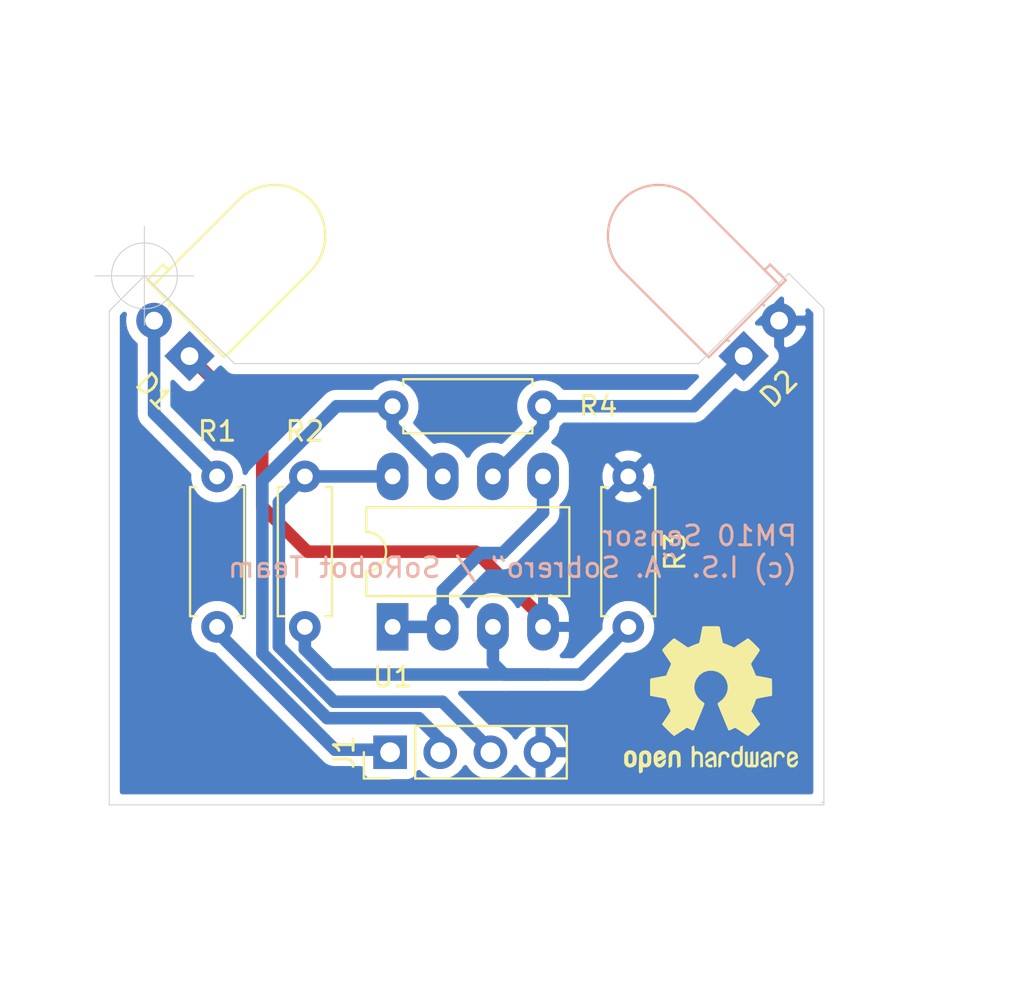
<source format=kicad_pcb>
(kicad_pcb (version 20171130) (host pcbnew "(5.1.5-0-10_14)")

  (general
    (thickness 1.6)
    (drawings 15)
    (tracks 46)
    (zones 0)
    (modules 9)
    (nets 9)
  )

  (page A4)
  (title_block
    (title "SoPEM PM10 Sensor")
    (date 2020-06-20)
    (rev 1)
  )

  (layers
    (0 F.Cu signal)
    (31 B.Cu signal)
    (32 B.Adhes user)
    (33 F.Adhes user)
    (34 B.Paste user)
    (35 F.Paste user)
    (36 B.SilkS user)
    (37 F.SilkS user)
    (38 B.Mask user)
    (39 F.Mask user)
    (40 Dwgs.User user)
    (41 Cmts.User user)
    (42 Eco1.User user)
    (43 Eco2.User user)
    (44 Edge.Cuts user)
    (45 Margin user)
    (46 B.CrtYd user)
    (47 F.CrtYd user)
    (48 B.Fab user)
    (49 F.Fab user)
  )

  (setup
    (last_trace_width 0.25)
    (user_trace_width 0.635)
    (trace_clearance 0.2)
    (zone_clearance 0.508)
    (zone_45_only no)
    (trace_min 0.2)
    (via_size 0.8)
    (via_drill 0.4)
    (via_min_size 0.4)
    (via_min_drill 0.3)
    (uvia_size 0.3)
    (uvia_drill 0.1)
    (uvias_allowed no)
    (uvia_min_size 0.2)
    (uvia_min_drill 0.1)
    (edge_width 0.05)
    (segment_width 0.2)
    (pcb_text_width 0.3)
    (pcb_text_size 1.5 1.5)
    (mod_edge_width 0.12)
    (mod_text_size 1 1)
    (mod_text_width 0.15)
    (pad_size 1.524 1.524)
    (pad_drill 0.762)
    (pad_to_mask_clearance 0.051)
    (solder_mask_min_width 0.25)
    (aux_axis_origin 0 0)
    (visible_elements FFFFFF7F)
    (pcbplotparams
      (layerselection 0x010fc_ffffffff)
      (usegerberextensions false)
      (usegerberattributes false)
      (usegerberadvancedattributes false)
      (creategerberjobfile false)
      (excludeedgelayer true)
      (linewidth 0.100000)
      (plotframeref false)
      (viasonmask false)
      (mode 1)
      (useauxorigin false)
      (hpglpennumber 1)
      (hpglpenspeed 20)
      (hpglpendiameter 15.000000)
      (psnegative false)
      (psa4output false)
      (plotreference true)
      (plotvalue true)
      (plotinvisibletext false)
      (padsonsilk false)
      (subtractmaskfromsilk false)
      (outputformat 1)
      (mirror false)
      (drillshape 1)
      (scaleselection 1)
      (outputdirectory ""))
  )

  (net 0 "")
  (net 1 "Net-(D1-Pad2)")
  (net 2 GND)
  (net 3 "Net-(D2-Pad1)")
  (net 4 LED_IR_CTRL)
  (net 5 SENSOR_OUT)
  (net 6 +3V3)
  (net 7 "Net-(R2-Pad1)")
  (net 8 REF)

  (net_class Default "Questo è il gruppo di collegamenti predefinito"
    (clearance 0.2)
    (trace_width 0.25)
    (via_dia 0.8)
    (via_drill 0.4)
    (uvia_dia 0.3)
    (uvia_drill 0.1)
    (add_net +3V3)
    (add_net GND)
    (add_net LED_IR_CTRL)
    (add_net "Net-(D1-Pad2)")
    (add_net "Net-(D2-Pad1)")
    (add_net "Net-(R2-Pad1)")
    (add_net REF)
    (add_net SENSOR_OUT)
  )

  (module Symbol:OSHW-Logo2_9.8x8mm_SilkScreen (layer F.Cu) (tedit 0) (tstamp 5EF3DB76)
    (at 156.718 111.76)
    (descr "Open Source Hardware Symbol")
    (tags "Logo Symbol OSHW")
    (attr virtual)
    (fp_text reference REF** (at 0 0) (layer F.SilkS) hide
      (effects (font (size 1 1) (thickness 0.15)))
    )
    (fp_text value OSHW-Logo2_9.8x8mm_SilkScreen (at 0.75 0) (layer F.Fab) hide
      (effects (font (size 1 1) (thickness 0.15)))
    )
    (fp_poly (pts (xy 0.139878 -3.712224) (xy 0.245612 -3.711645) (xy 0.322132 -3.710078) (xy 0.374372 -3.707028)
      (xy 0.407263 -3.702004) (xy 0.425737 -3.694511) (xy 0.434727 -3.684056) (xy 0.439163 -3.670147)
      (xy 0.439594 -3.668346) (xy 0.446333 -3.635855) (xy 0.458808 -3.571748) (xy 0.475719 -3.482849)
      (xy 0.495771 -3.375981) (xy 0.517664 -3.257967) (xy 0.518429 -3.253822) (xy 0.540359 -3.138169)
      (xy 0.560877 -3.035986) (xy 0.578659 -2.953402) (xy 0.592381 -2.896544) (xy 0.600718 -2.871542)
      (xy 0.601116 -2.871099) (xy 0.625677 -2.85889) (xy 0.676315 -2.838544) (xy 0.742095 -2.814455)
      (xy 0.742461 -2.814326) (xy 0.825317 -2.783182) (xy 0.923 -2.743509) (xy 1.015077 -2.703619)
      (xy 1.019434 -2.701647) (xy 1.169407 -2.63358) (xy 1.501498 -2.860361) (xy 1.603374 -2.929496)
      (xy 1.695657 -2.991303) (xy 1.773003 -3.042267) (xy 1.830064 -3.078873) (xy 1.861495 -3.097606)
      (xy 1.864479 -3.098996) (xy 1.887321 -3.09281) (xy 1.929982 -3.062965) (xy 1.994128 -3.008053)
      (xy 2.081421 -2.926666) (xy 2.170535 -2.840078) (xy 2.256441 -2.754753) (xy 2.333327 -2.676892)
      (xy 2.396564 -2.611303) (xy 2.441523 -2.562795) (xy 2.463576 -2.536175) (xy 2.464396 -2.534805)
      (xy 2.466834 -2.516537) (xy 2.45765 -2.486705) (xy 2.434574 -2.441279) (xy 2.395337 -2.37623)
      (xy 2.33767 -2.28753) (xy 2.260795 -2.173343) (xy 2.19257 -2.072838) (xy 2.131582 -1.982697)
      (xy 2.081356 -1.908151) (xy 2.045416 -1.854435) (xy 2.027287 -1.826782) (xy 2.026146 -1.824905)
      (xy 2.028359 -1.79841) (xy 2.045138 -1.746914) (xy 2.073142 -1.680149) (xy 2.083122 -1.658828)
      (xy 2.126672 -1.563841) (xy 2.173134 -1.456063) (xy 2.210877 -1.362808) (xy 2.238073 -1.293594)
      (xy 2.259675 -1.240994) (xy 2.272158 -1.213503) (xy 2.273709 -1.211384) (xy 2.296668 -1.207876)
      (xy 2.350786 -1.198262) (xy 2.428868 -1.183911) (xy 2.523719 -1.166193) (xy 2.628143 -1.146475)
      (xy 2.734944 -1.126126) (xy 2.836926 -1.106514) (xy 2.926894 -1.089009) (xy 2.997653 -1.074978)
      (xy 3.042006 -1.065791) (xy 3.052885 -1.063193) (xy 3.064122 -1.056782) (xy 3.072605 -1.042303)
      (xy 3.078714 -1.014867) (xy 3.082832 -0.969589) (xy 3.085341 -0.90158) (xy 3.086621 -0.805953)
      (xy 3.087054 -0.67782) (xy 3.087077 -0.625299) (xy 3.087077 -0.198155) (xy 2.9845 -0.177909)
      (xy 2.927431 -0.16693) (xy 2.842269 -0.150905) (xy 2.739372 -0.131767) (xy 2.629096 -0.111449)
      (xy 2.598615 -0.105868) (xy 2.496855 -0.086083) (xy 2.408205 -0.066627) (xy 2.340108 -0.049303)
      (xy 2.300004 -0.035912) (xy 2.293323 -0.031921) (xy 2.276919 -0.003658) (xy 2.253399 0.051109)
      (xy 2.227316 0.121588) (xy 2.222142 0.136769) (xy 2.187956 0.230896) (xy 2.145523 0.337101)
      (xy 2.103997 0.432473) (xy 2.103792 0.432916) (xy 2.03464 0.582525) (xy 2.489512 1.251617)
      (xy 2.1975 1.544116) (xy 2.10918 1.63117) (xy 2.028625 1.707909) (xy 1.96036 1.770237)
      (xy 1.908908 1.814056) (xy 1.878794 1.83527) (xy 1.874474 1.836616) (xy 1.849111 1.826016)
      (xy 1.797358 1.796547) (xy 1.724868 1.751705) (xy 1.637294 1.694984) (xy 1.542612 1.631462)
      (xy 1.446516 1.566668) (xy 1.360837 1.510287) (xy 1.291016 1.465788) (xy 1.242494 1.436639)
      (xy 1.220782 1.426308) (xy 1.194293 1.43505) (xy 1.144062 1.458087) (xy 1.080451 1.490631)
      (xy 1.073708 1.494249) (xy 0.988046 1.53721) (xy 0.929306 1.558279) (xy 0.892772 1.558503)
      (xy 0.873731 1.538928) (xy 0.87362 1.538654) (xy 0.864102 1.515472) (xy 0.841403 1.460441)
      (xy 0.807282 1.377822) (xy 0.7635 1.271872) (xy 0.711816 1.146852) (xy 0.653992 1.00702)
      (xy 0.597991 0.871637) (xy 0.536447 0.722234) (xy 0.479939 0.583832) (xy 0.430161 0.460673)
      (xy 0.388806 0.357002) (xy 0.357568 0.277059) (xy 0.338141 0.225088) (xy 0.332154 0.205692)
      (xy 0.347168 0.183443) (xy 0.386439 0.147982) (xy 0.438807 0.108887) (xy 0.587941 -0.014755)
      (xy 0.704511 -0.156478) (xy 0.787118 -0.313296) (xy 0.834366 -0.482225) (xy 0.844857 -0.660278)
      (xy 0.837231 -0.742461) (xy 0.795682 -0.912969) (xy 0.724123 -1.063541) (xy 0.626995 -1.192691)
      (xy 0.508734 -1.298936) (xy 0.37378 -1.38079) (xy 0.226571 -1.436768) (xy 0.071544 -1.465385)
      (xy -0.086861 -1.465156) (xy -0.244206 -1.434595) (xy -0.396054 -1.372218) (xy -0.537965 -1.27654)
      (xy -0.597197 -1.222428) (xy -0.710797 -1.08348) (xy -0.789894 -0.931639) (xy -0.835014 -0.771333)
      (xy -0.846684 -0.606988) (xy -0.825431 -0.443029) (xy -0.77178 -0.283882) (xy -0.68626 -0.133975)
      (xy -0.569395 0.002267) (xy -0.438807 0.108887) (xy -0.384412 0.149642) (xy -0.345986 0.184718)
      (xy -0.332154 0.205726) (xy -0.339397 0.228635) (xy -0.359995 0.283365) (xy -0.392254 0.365672)
      (xy -0.434479 0.471315) (xy -0.484977 0.59605) (xy -0.542052 0.735636) (xy -0.598146 0.87167)
      (xy -0.660033 1.021201) (xy -0.717356 1.159767) (xy -0.768356 1.283107) (xy -0.811273 1.386964)
      (xy -0.844347 1.46708) (xy -0.865819 1.519195) (xy -0.873775 1.538654) (xy -0.892571 1.558423)
      (xy -0.928926 1.558365) (xy -0.987521 1.537441) (xy -1.073032 1.494613) (xy -1.073708 1.494249)
      (xy -1.138093 1.461012) (xy -1.190139 1.436802) (xy -1.219488 1.426404) (xy -1.220783 1.426308)
      (xy -1.242876 1.436855) (xy -1.291652 1.466184) (xy -1.361669 1.510827) (xy -1.447486 1.567314)
      (xy -1.542612 1.631462) (xy -1.63946 1.696411) (xy -1.726747 1.752896) (xy -1.798819 1.797421)
      (xy -1.850023 1.82649) (xy -1.874474 1.836616) (xy -1.89699 1.823307) (xy -1.942258 1.786112)
      (xy -2.005756 1.729128) (xy -2.082961 1.656449) (xy -2.169349 1.572171) (xy -2.197601 1.544016)
      (xy -2.489713 1.251416) (xy -2.267369 0.925104) (xy -2.199798 0.824897) (xy -2.140493 0.734963)
      (xy -2.092783 0.66051) (xy -2.059993 0.606751) (xy -2.045452 0.578894) (xy -2.045026 0.576912)
      (xy -2.052692 0.550655) (xy -2.073311 0.497837) (xy -2.103315 0.42731) (xy -2.124375 0.380093)
      (xy -2.163752 0.289694) (xy -2.200835 0.198366) (xy -2.229585 0.1212) (xy -2.237395 0.097692)
      (xy -2.259583 0.034916) (xy -2.281273 -0.013589) (xy -2.293187 -0.031921) (xy -2.319477 -0.043141)
      (xy -2.376858 -0.059046) (xy -2.457882 -0.077833) (xy -2.555105 -0.097701) (xy -2.598615 -0.105868)
      (xy -2.709104 -0.126171) (xy -2.815084 -0.14583) (xy -2.906199 -0.162912) (xy -2.972092 -0.175482)
      (xy -2.9845 -0.177909) (xy -3.087077 -0.198155) (xy -3.087077 -0.625299) (xy -3.086847 -0.765754)
      (xy -3.085901 -0.872021) (xy -3.083859 -0.948987) (xy -3.080338 -1.00154) (xy -3.074957 -1.034567)
      (xy -3.067334 -1.052955) (xy -3.057088 -1.061592) (xy -3.052885 -1.063193) (xy -3.02753 -1.068873)
      (xy -2.971516 -1.080205) (xy -2.892036 -1.095821) (xy -2.796288 -1.114353) (xy -2.691467 -1.134431)
      (xy -2.584768 -1.154688) (xy -2.483387 -1.173754) (xy -2.394521 -1.190261) (xy -2.325363 -1.202841)
      (xy -2.283111 -1.210125) (xy -2.27371 -1.211384) (xy -2.265193 -1.228237) (xy -2.24634 -1.27313)
      (xy -2.220676 -1.33757) (xy -2.210877 -1.362808) (xy -2.171352 -1.460314) (xy -2.124808 -1.568041)
      (xy -2.083123 -1.658828) (xy -2.05245 -1.728247) (xy -2.032044 -1.78529) (xy -2.025232 -1.820223)
      (xy -2.026318 -1.824905) (xy -2.040715 -1.847009) (xy -2.073588 -1.896169) (xy -2.12141 -1.967152)
      (xy -2.180652 -2.054722) (xy -2.247785 -2.153643) (xy -2.261059 -2.17317) (xy -2.338954 -2.28886)
      (xy -2.396213 -2.376956) (xy -2.435119 -2.441514) (xy -2.457956 -2.486589) (xy -2.467006 -2.516237)
      (xy -2.464552 -2.534515) (xy -2.464489 -2.534631) (xy -2.445173 -2.558639) (xy -2.402449 -2.605053)
      (xy -2.340949 -2.669063) (xy -2.265302 -2.745855) (xy -2.180139 -2.830618) (xy -2.170535 -2.840078)
      (xy -2.06321 -2.944011) (xy -1.980385 -3.020325) (xy -1.920395 -3.070429) (xy -1.881577 -3.09573)
      (xy -1.86448 -3.098996) (xy -1.839527 -3.08475) (xy -1.787745 -3.051844) (xy -1.71448 -3.003792)
      (xy -1.62508 -2.94411) (xy -1.524889 -2.876312) (xy -1.501499 -2.860361) (xy -1.169407 -2.63358)
      (xy -1.019435 -2.701647) (xy -0.92823 -2.741315) (xy -0.830331 -2.781209) (xy -0.746169 -2.813017)
      (xy -0.742462 -2.814326) (xy -0.676631 -2.838424) (xy -0.625884 -2.8588) (xy -0.601158 -2.871064)
      (xy -0.601116 -2.871099) (xy -0.593271 -2.893266) (xy -0.579934 -2.947783) (xy -0.56243 -3.02852)
      (xy -0.542083 -3.12935) (xy -0.520218 -3.244144) (xy -0.518429 -3.253822) (xy -0.496496 -3.372096)
      (xy -0.47636 -3.479458) (xy -0.45932 -3.569083) (xy -0.446672 -3.634149) (xy -0.439716 -3.667832)
      (xy -0.439594 -3.668346) (xy -0.435361 -3.682675) (xy -0.427129 -3.693493) (xy -0.409967 -3.701294)
      (xy -0.378942 -3.706571) (xy -0.329122 -3.709818) (xy -0.255576 -3.711528) (xy -0.153371 -3.712193)
      (xy -0.017575 -3.712307) (xy 0 -3.712308) (xy 0.139878 -3.712224)) (layer F.SilkS) (width 0.01))
    (fp_poly (pts (xy 4.245224 2.647838) (xy 4.322528 2.698361) (xy 4.359814 2.74359) (xy 4.389353 2.825663)
      (xy 4.391699 2.890607) (xy 4.386385 2.977445) (xy 4.186115 3.065103) (xy 4.088739 3.109887)
      (xy 4.025113 3.145913) (xy 3.992029 3.177117) (xy 3.98628 3.207436) (xy 4.004658 3.240805)
      (xy 4.024923 3.262923) (xy 4.083889 3.298393) (xy 4.148024 3.300879) (xy 4.206926 3.273235)
      (xy 4.250197 3.21832) (xy 4.257936 3.198928) (xy 4.295006 3.138364) (xy 4.337654 3.112552)
      (xy 4.396154 3.090471) (xy 4.396154 3.174184) (xy 4.390982 3.23115) (xy 4.370723 3.279189)
      (xy 4.328262 3.334346) (xy 4.321951 3.341514) (xy 4.27472 3.390585) (xy 4.234121 3.41692)
      (xy 4.183328 3.429035) (xy 4.14122 3.433003) (xy 4.065902 3.433991) (xy 4.012286 3.421466)
      (xy 3.978838 3.402869) (xy 3.926268 3.361975) (xy 3.889879 3.317748) (xy 3.86685 3.262126)
      (xy 3.854359 3.187047) (xy 3.849587 3.084449) (xy 3.849206 3.032376) (xy 3.850501 2.969948)
      (xy 3.968471 2.969948) (xy 3.969839 3.003438) (xy 3.973249 3.008923) (xy 3.995753 3.001472)
      (xy 4.044182 2.981753) (xy 4.108908 2.953718) (xy 4.122443 2.947692) (xy 4.204244 2.906096)
      (xy 4.249312 2.869538) (xy 4.259217 2.835296) (xy 4.235526 2.800648) (xy 4.21596 2.785339)
      (xy 4.14536 2.754721) (xy 4.07928 2.75978) (xy 4.023959 2.797151) (xy 3.985636 2.863473)
      (xy 3.973349 2.916116) (xy 3.968471 2.969948) (xy 3.850501 2.969948) (xy 3.85173 2.91072)
      (xy 3.861032 2.82071) (xy 3.87946 2.755167) (xy 3.90936 2.706912) (xy 3.95308 2.668767)
      (xy 3.972141 2.65644) (xy 4.058726 2.624336) (xy 4.153522 2.622316) (xy 4.245224 2.647838)) (layer F.SilkS) (width 0.01))
    (fp_poly (pts (xy 3.570807 2.636782) (xy 3.594161 2.646988) (xy 3.649902 2.691134) (xy 3.697569 2.754967)
      (xy 3.727048 2.823087) (xy 3.731846 2.85667) (xy 3.71576 2.903556) (xy 3.680475 2.928365)
      (xy 3.642644 2.943387) (xy 3.625321 2.946155) (xy 3.616886 2.926066) (xy 3.60023 2.882351)
      (xy 3.592923 2.862598) (xy 3.551948 2.794271) (xy 3.492622 2.760191) (xy 3.416552 2.761239)
      (xy 3.410918 2.762581) (xy 3.370305 2.781836) (xy 3.340448 2.819375) (xy 3.320055 2.879809)
      (xy 3.307836 2.967751) (xy 3.3025 3.087813) (xy 3.302 3.151698) (xy 3.301752 3.252403)
      (xy 3.300126 3.321054) (xy 3.295801 3.364673) (xy 3.287454 3.390282) (xy 3.273765 3.404903)
      (xy 3.253411 3.415558) (xy 3.252234 3.416095) (xy 3.213038 3.432667) (xy 3.193619 3.438769)
      (xy 3.190635 3.420319) (xy 3.188081 3.369323) (xy 3.18614 3.292308) (xy 3.184997 3.195805)
      (xy 3.184769 3.125184) (xy 3.185932 2.988525) (xy 3.190479 2.884851) (xy 3.199999 2.808108)
      (xy 3.216081 2.752246) (xy 3.240313 2.711212) (xy 3.274286 2.678954) (xy 3.307833 2.65644)
      (xy 3.388499 2.626476) (xy 3.482381 2.619718) (xy 3.570807 2.636782)) (layer F.SilkS) (width 0.01))
    (fp_poly (pts (xy 2.887333 2.633528) (xy 2.94359 2.659117) (xy 2.987747 2.690124) (xy 3.020101 2.724795)
      (xy 3.042438 2.76952) (xy 3.056546 2.830692) (xy 3.064211 2.914701) (xy 3.06722 3.02794)
      (xy 3.067538 3.102509) (xy 3.067538 3.39342) (xy 3.017773 3.416095) (xy 2.978576 3.432667)
      (xy 2.959157 3.438769) (xy 2.955442 3.42061) (xy 2.952495 3.371648) (xy 2.950691 3.300153)
      (xy 2.950308 3.243385) (xy 2.948661 3.161371) (xy 2.944222 3.096309) (xy 2.93774 3.056467)
      (xy 2.93259 3.048) (xy 2.897977 3.056646) (xy 2.84364 3.078823) (xy 2.780722 3.108886)
      (xy 2.720368 3.141192) (xy 2.673721 3.170098) (xy 2.651926 3.189961) (xy 2.651839 3.190175)
      (xy 2.653714 3.226935) (xy 2.670525 3.262026) (xy 2.700039 3.290528) (xy 2.743116 3.300061)
      (xy 2.779932 3.29895) (xy 2.832074 3.298133) (xy 2.859444 3.310349) (xy 2.875882 3.342624)
      (xy 2.877955 3.34871) (xy 2.885081 3.394739) (xy 2.866024 3.422687) (xy 2.816353 3.436007)
      (xy 2.762697 3.43847) (xy 2.666142 3.42021) (xy 2.616159 3.394131) (xy 2.554429 3.332868)
      (xy 2.52169 3.25767) (xy 2.518753 3.178211) (xy 2.546424 3.104167) (xy 2.588047 3.057769)
      (xy 2.629604 3.031793) (xy 2.694922 2.998907) (xy 2.771038 2.965557) (xy 2.783726 2.960461)
      (xy 2.867333 2.923565) (xy 2.91553 2.891046) (xy 2.93103 2.858718) (xy 2.91655 2.822394)
      (xy 2.891692 2.794) (xy 2.832939 2.759039) (xy 2.768293 2.756417) (xy 2.709008 2.783358)
      (xy 2.666339 2.837088) (xy 2.660739 2.85095) (xy 2.628133 2.901936) (xy 2.58053 2.939787)
      (xy 2.520461 2.97085) (xy 2.520461 2.882768) (xy 2.523997 2.828951) (xy 2.539156 2.786534)
      (xy 2.572768 2.741279) (xy 2.605035 2.70642) (xy 2.655209 2.657062) (xy 2.694193 2.630547)
      (xy 2.736064 2.619911) (xy 2.78346 2.618154) (xy 2.887333 2.633528)) (layer F.SilkS) (width 0.01))
    (fp_poly (pts (xy 2.395929 2.636662) (xy 2.398911 2.688068) (xy 2.401247 2.766192) (xy 2.402749 2.864857)
      (xy 2.403231 2.968343) (xy 2.403231 3.318533) (xy 2.341401 3.380363) (xy 2.298793 3.418462)
      (xy 2.26139 3.433895) (xy 2.21027 3.432918) (xy 2.189978 3.430433) (xy 2.126554 3.4232)
      (xy 2.074095 3.419055) (xy 2.061308 3.418672) (xy 2.018199 3.421176) (xy 1.956544 3.427462)
      (xy 1.932638 3.430433) (xy 1.873922 3.435028) (xy 1.834464 3.425046) (xy 1.795338 3.394228)
      (xy 1.781215 3.380363) (xy 1.719385 3.318533) (xy 1.719385 2.663503) (xy 1.76915 2.640829)
      (xy 1.812002 2.624034) (xy 1.837073 2.618154) (xy 1.843501 2.636736) (xy 1.849509 2.688655)
      (xy 1.854697 2.768172) (xy 1.858664 2.869546) (xy 1.860577 2.955192) (xy 1.865923 3.292231)
      (xy 1.91256 3.298825) (xy 1.954976 3.294214) (xy 1.97576 3.279287) (xy 1.98157 3.251377)
      (xy 1.98653 3.191925) (xy 1.990246 3.108466) (xy 1.992324 3.008532) (xy 1.992624 2.957104)
      (xy 1.992923 2.661054) (xy 2.054454 2.639604) (xy 2.098004 2.62502) (xy 2.121694 2.618219)
      (xy 2.122377 2.618154) (xy 2.124754 2.636642) (xy 2.127366 2.687906) (xy 2.129995 2.765649)
      (xy 2.132421 2.863574) (xy 2.134115 2.955192) (xy 2.139461 3.292231) (xy 2.256692 3.292231)
      (xy 2.262072 2.984746) (xy 2.267451 2.677261) (xy 2.324601 2.647707) (xy 2.366797 2.627413)
      (xy 2.39177 2.618204) (xy 2.392491 2.618154) (xy 2.395929 2.636662)) (layer F.SilkS) (width 0.01))
    (fp_poly (pts (xy 1.602081 2.780289) (xy 1.601833 2.92632) (xy 1.600872 3.038655) (xy 1.598794 3.122678)
      (xy 1.595193 3.183769) (xy 1.589665 3.227309) (xy 1.581804 3.258679) (xy 1.571207 3.283262)
      (xy 1.563182 3.297294) (xy 1.496728 3.373388) (xy 1.41247 3.421084) (xy 1.319249 3.438199)
      (xy 1.2259 3.422546) (xy 1.170312 3.394418) (xy 1.111957 3.34576) (xy 1.072186 3.286333)
      (xy 1.04819 3.208507) (xy 1.037161 3.104652) (xy 1.035599 3.028462) (xy 1.035809 3.022986)
      (xy 1.172308 3.022986) (xy 1.173141 3.110355) (xy 1.176961 3.168192) (xy 1.185746 3.206029)
      (xy 1.201474 3.233398) (xy 1.220266 3.254042) (xy 1.283375 3.29389) (xy 1.351137 3.297295)
      (xy 1.415179 3.264025) (xy 1.420164 3.259517) (xy 1.441439 3.236067) (xy 1.454779 3.208166)
      (xy 1.462001 3.166641) (xy 1.464923 3.102316) (xy 1.465385 3.0312) (xy 1.464383 2.941858)
      (xy 1.460238 2.882258) (xy 1.451236 2.843089) (xy 1.435667 2.81504) (xy 1.422902 2.800144)
      (xy 1.3636 2.762575) (xy 1.295301 2.758057) (xy 1.23011 2.786753) (xy 1.217528 2.797406)
      (xy 1.196111 2.821063) (xy 1.182744 2.849251) (xy 1.175566 2.891245) (xy 1.172719 2.956319)
      (xy 1.172308 3.022986) (xy 1.035809 3.022986) (xy 1.040322 2.905765) (xy 1.056362 2.813577)
      (xy 1.086528 2.744269) (xy 1.133629 2.690211) (xy 1.170312 2.662505) (xy 1.23699 2.632572)
      (xy 1.314272 2.618678) (xy 1.38611 2.622397) (xy 1.426308 2.6374) (xy 1.442082 2.64167)
      (xy 1.45255 2.62575) (xy 1.459856 2.583089) (xy 1.465385 2.518106) (xy 1.471437 2.445732)
      (xy 1.479844 2.402187) (xy 1.495141 2.377287) (xy 1.521864 2.360845) (xy 1.538654 2.353564)
      (xy 1.602154 2.326963) (xy 1.602081 2.780289)) (layer F.SilkS) (width 0.01))
    (fp_poly (pts (xy 0.713362 2.62467) (xy 0.802117 2.657421) (xy 0.874022 2.71535) (xy 0.902144 2.756128)
      (xy 0.932802 2.830954) (xy 0.932165 2.885058) (xy 0.899987 2.921446) (xy 0.888081 2.927633)
      (xy 0.836675 2.946925) (xy 0.810422 2.941982) (xy 0.80153 2.909587) (xy 0.801077 2.891692)
      (xy 0.784797 2.825859) (xy 0.742365 2.779807) (xy 0.683388 2.757564) (xy 0.617475 2.763161)
      (xy 0.563895 2.792229) (xy 0.545798 2.80881) (xy 0.532971 2.828925) (xy 0.524306 2.859332)
      (xy 0.518696 2.906788) (xy 0.515035 2.97805) (xy 0.512215 3.079875) (xy 0.511484 3.112115)
      (xy 0.50882 3.22241) (xy 0.505792 3.300036) (xy 0.50125 3.351396) (xy 0.494046 3.38289)
      (xy 0.483033 3.40092) (xy 0.46706 3.411888) (xy 0.456834 3.416733) (xy 0.413406 3.433301)
      (xy 0.387842 3.438769) (xy 0.379395 3.420507) (xy 0.374239 3.365296) (xy 0.372346 3.272499)
      (xy 0.373689 3.141478) (xy 0.374107 3.121269) (xy 0.377058 3.001733) (xy 0.380548 2.914449)
      (xy 0.385514 2.852591) (xy 0.392893 2.809336) (xy 0.403624 2.77786) (xy 0.418645 2.751339)
      (xy 0.426502 2.739975) (xy 0.471553 2.689692) (xy 0.52194 2.650581) (xy 0.528108 2.647167)
      (xy 0.618458 2.620212) (xy 0.713362 2.62467)) (layer F.SilkS) (width 0.01))
    (fp_poly (pts (xy 0.053501 2.626303) (xy 0.13006 2.654733) (xy 0.130936 2.655279) (xy 0.178285 2.690127)
      (xy 0.213241 2.730852) (xy 0.237825 2.783925) (xy 0.254062 2.855814) (xy 0.263975 2.952992)
      (xy 0.269586 3.081928) (xy 0.270077 3.100298) (xy 0.277141 3.377287) (xy 0.217695 3.408028)
      (xy 0.174681 3.428802) (xy 0.14871 3.438646) (xy 0.147509 3.438769) (xy 0.143014 3.420606)
      (xy 0.139444 3.371612) (xy 0.137248 3.300031) (xy 0.136769 3.242068) (xy 0.136758 3.14817)
      (xy 0.132466 3.089203) (xy 0.117503 3.061079) (xy 0.085482 3.059706) (xy 0.030014 3.080998)
      (xy -0.053731 3.120136) (xy -0.115311 3.152643) (xy -0.146983 3.180845) (xy -0.156294 3.211582)
      (xy -0.156308 3.213104) (xy -0.140943 3.266054) (xy -0.095453 3.29466) (xy -0.025834 3.298803)
      (xy 0.024313 3.298084) (xy 0.050754 3.312527) (xy 0.067243 3.347218) (xy 0.076733 3.391416)
      (xy 0.063057 3.416493) (xy 0.057907 3.420082) (xy 0.009425 3.434496) (xy -0.058469 3.436537)
      (xy -0.128388 3.426983) (xy -0.177932 3.409522) (xy -0.24643 3.351364) (xy -0.285366 3.270408)
      (xy -0.293077 3.20716) (xy -0.287193 3.150111) (xy -0.265899 3.103542) (xy -0.223735 3.062181)
      (xy -0.155241 3.020755) (xy -0.054956 2.973993) (xy -0.048846 2.97135) (xy 0.04149 2.929617)
      (xy 0.097235 2.895391) (xy 0.121129 2.864635) (xy 0.115913 2.833311) (xy 0.084328 2.797383)
      (xy 0.074883 2.789116) (xy 0.011617 2.757058) (xy -0.053936 2.758407) (xy -0.111028 2.789838)
      (xy -0.148907 2.848024) (xy -0.152426 2.859446) (xy -0.1867 2.914837) (xy -0.230191 2.941518)
      (xy -0.293077 2.96796) (xy -0.293077 2.899548) (xy -0.273948 2.80011) (xy -0.217169 2.708902)
      (xy -0.187622 2.678389) (xy -0.120458 2.639228) (xy -0.035044 2.6215) (xy 0.053501 2.626303)) (layer F.SilkS) (width 0.01))
    (fp_poly (pts (xy -0.840154 2.49212) (xy -0.834428 2.57198) (xy -0.827851 2.619039) (xy -0.818738 2.639566)
      (xy -0.805402 2.639829) (xy -0.801077 2.637378) (xy -0.743556 2.619636) (xy -0.668732 2.620672)
      (xy -0.592661 2.63891) (xy -0.545082 2.662505) (xy -0.496298 2.700198) (xy -0.460636 2.742855)
      (xy -0.436155 2.797057) (xy -0.420913 2.869384) (xy -0.41297 2.966419) (xy -0.410384 3.094742)
      (xy -0.410338 3.119358) (xy -0.410308 3.39587) (xy -0.471839 3.41732) (xy -0.515541 3.431912)
      (xy -0.539518 3.438706) (xy -0.540223 3.438769) (xy -0.542585 3.420345) (xy -0.544594 3.369526)
      (xy -0.546099 3.292993) (xy -0.546947 3.19743) (xy -0.547077 3.139329) (xy -0.547349 3.024771)
      (xy -0.548748 2.942667) (xy -0.552151 2.886393) (xy -0.558433 2.849326) (xy -0.568471 2.824844)
      (xy -0.583139 2.806325) (xy -0.592298 2.797406) (xy -0.655211 2.761466) (xy -0.723864 2.758775)
      (xy -0.786152 2.78917) (xy -0.797671 2.800144) (xy -0.814567 2.820779) (xy -0.826286 2.845256)
      (xy -0.833767 2.880647) (xy -0.837946 2.934026) (xy -0.839763 3.012466) (xy -0.840154 3.120617)
      (xy -0.840154 3.39587) (xy -0.901685 3.41732) (xy -0.945387 3.431912) (xy -0.969364 3.438706)
      (xy -0.97007 3.438769) (xy -0.971874 3.420069) (xy -0.9735 3.367322) (xy -0.974883 3.285557)
      (xy -0.975958 3.179805) (xy -0.97666 3.055094) (xy -0.976923 2.916455) (xy -0.976923 2.381806)
      (xy -0.849923 2.328236) (xy -0.840154 2.49212)) (layer F.SilkS) (width 0.01))
    (fp_poly (pts (xy -2.465746 2.599745) (xy -2.388714 2.651567) (xy -2.329184 2.726412) (xy -2.293622 2.821654)
      (xy -2.286429 2.891756) (xy -2.287246 2.921009) (xy -2.294086 2.943407) (xy -2.312888 2.963474)
      (xy -2.349592 2.985733) (xy -2.410138 3.014709) (xy -2.500466 3.054927) (xy -2.500923 3.055129)
      (xy -2.584067 3.09321) (xy -2.652247 3.127025) (xy -2.698495 3.152933) (xy -2.715842 3.167295)
      (xy -2.715846 3.167411) (xy -2.700557 3.198685) (xy -2.664804 3.233157) (xy -2.623758 3.25799)
      (xy -2.602963 3.262923) (xy -2.54623 3.245862) (xy -2.497373 3.203133) (xy -2.473535 3.156155)
      (xy -2.450603 3.121522) (xy -2.405682 3.082081) (xy -2.352877 3.048009) (xy -2.30629 3.02948)
      (xy -2.296548 3.028462) (xy -2.285582 3.045215) (xy -2.284921 3.088039) (xy -2.29298 3.145781)
      (xy -2.308173 3.207289) (xy -2.328914 3.261409) (xy -2.329962 3.26351) (xy -2.392379 3.35066)
      (xy -2.473274 3.409939) (xy -2.565144 3.439034) (xy -2.660487 3.435634) (xy -2.751802 3.397428)
      (xy -2.755862 3.394741) (xy -2.827694 3.329642) (xy -2.874927 3.244705) (xy -2.901066 3.133021)
      (xy -2.904574 3.101643) (xy -2.910787 2.953536) (xy -2.903339 2.884468) (xy -2.715846 2.884468)
      (xy -2.71341 2.927552) (xy -2.700086 2.940126) (xy -2.666868 2.930719) (xy -2.614506 2.908483)
      (xy -2.555976 2.88061) (xy -2.554521 2.879872) (xy -2.504911 2.853777) (xy -2.485 2.836363)
      (xy -2.48991 2.818107) (xy -2.510584 2.79412) (xy -2.563181 2.759406) (xy -2.619823 2.756856)
      (xy -2.670631 2.782119) (xy -2.705724 2.830847) (xy -2.715846 2.884468) (xy -2.903339 2.884468)
      (xy -2.898008 2.835036) (xy -2.865222 2.741055) (xy -2.819579 2.675215) (xy -2.737198 2.608681)
      (xy -2.646454 2.575676) (xy -2.553815 2.573573) (xy -2.465746 2.599745)) (layer F.SilkS) (width 0.01))
    (fp_poly (pts (xy -3.983114 2.587256) (xy -3.891536 2.635409) (xy -3.823951 2.712905) (xy -3.799943 2.762727)
      (xy -3.781262 2.837533) (xy -3.771699 2.932052) (xy -3.770792 3.03521) (xy -3.778079 3.135935)
      (xy -3.793097 3.223153) (xy -3.815385 3.285791) (xy -3.822235 3.296579) (xy -3.903368 3.377105)
      (xy -3.999734 3.425336) (xy -4.104299 3.43945) (xy -4.210032 3.417629) (xy -4.239457 3.404547)
      (xy -4.296759 3.364231) (xy -4.34705 3.310775) (xy -4.351803 3.303995) (xy -4.371122 3.271321)
      (xy -4.383892 3.236394) (xy -4.391436 3.190414) (xy -4.395076 3.124584) (xy -4.396135 3.030105)
      (xy -4.396154 3.008923) (xy -4.396106 3.002182) (xy -4.200769 3.002182) (xy -4.199632 3.091349)
      (xy -4.195159 3.15052) (xy -4.185754 3.188741) (xy -4.169824 3.215053) (xy -4.161692 3.223846)
      (xy -4.114942 3.257261) (xy -4.069553 3.255737) (xy -4.02366 3.226752) (xy -3.996288 3.195809)
      (xy -3.980077 3.150643) (xy -3.970974 3.07942) (xy -3.970349 3.071114) (xy -3.968796 2.942037)
      (xy -3.985035 2.846172) (xy -4.018848 2.784107) (xy -4.070016 2.756432) (xy -4.08828 2.754923)
      (xy -4.13624 2.762513) (xy -4.169047 2.788808) (xy -4.189105 2.839095) (xy -4.198822 2.918664)
      (xy -4.200769 3.002182) (xy -4.396106 3.002182) (xy -4.395426 2.908249) (xy -4.392371 2.837906)
      (xy -4.385678 2.789163) (xy -4.37404 2.753288) (xy -4.356147 2.721548) (xy -4.352192 2.715648)
      (xy -4.285733 2.636104) (xy -4.213315 2.589929) (xy -4.125151 2.571599) (xy -4.095213 2.570703)
      (xy -3.983114 2.587256)) (layer F.SilkS) (width 0.01))
    (fp_poly (pts (xy -1.728336 2.595089) (xy -1.665633 2.631358) (xy -1.622039 2.667358) (xy -1.590155 2.705075)
      (xy -1.56819 2.751199) (xy -1.554351 2.812421) (xy -1.546847 2.895431) (xy -1.543883 3.006919)
      (xy -1.543539 3.087062) (xy -1.543539 3.382065) (xy -1.709615 3.456515) (xy -1.719385 3.133402)
      (xy -1.723421 3.012729) (xy -1.727656 2.925141) (xy -1.732903 2.86465) (xy -1.739975 2.825268)
      (xy -1.749689 2.801007) (xy -1.762856 2.78588) (xy -1.767081 2.782606) (xy -1.831091 2.757034)
      (xy -1.895792 2.767153) (xy -1.934308 2.794) (xy -1.949975 2.813024) (xy -1.96082 2.837988)
      (xy -1.967712 2.875834) (xy -1.971521 2.933502) (xy -1.973117 3.017935) (xy -1.973385 3.105928)
      (xy -1.973437 3.216323) (xy -1.975328 3.294463) (xy -1.981655 3.347165) (xy -1.995017 3.381242)
      (xy -2.018015 3.403511) (xy -2.053246 3.420787) (xy -2.100303 3.438738) (xy -2.151697 3.458278)
      (xy -2.145579 3.111485) (xy -2.143116 2.986468) (xy -2.140233 2.894082) (xy -2.136102 2.827881)
      (xy -2.129893 2.78142) (xy -2.120774 2.748256) (xy -2.107917 2.721944) (xy -2.092416 2.698729)
      (xy -2.017629 2.624569) (xy -1.926372 2.581684) (xy -1.827117 2.571412) (xy -1.728336 2.595089)) (layer F.SilkS) (width 0.01))
    (fp_poly (pts (xy -3.231114 2.584505) (xy -3.156461 2.621727) (xy -3.090569 2.690261) (xy -3.072423 2.715648)
      (xy -3.052655 2.748866) (xy -3.039828 2.784945) (xy -3.03249 2.833098) (xy -3.029187 2.902536)
      (xy -3.028462 2.994206) (xy -3.031737 3.11983) (xy -3.043123 3.214154) (xy -3.064959 3.284523)
      (xy -3.099581 3.338286) (xy -3.14933 3.382788) (xy -3.152986 3.385423) (xy -3.202015 3.412377)
      (xy -3.261055 3.425712) (xy -3.336141 3.429) (xy -3.458205 3.429) (xy -3.458256 3.547497)
      (xy -3.459392 3.613492) (xy -3.466314 3.652202) (xy -3.484402 3.675419) (xy -3.519038 3.694933)
      (xy -3.527355 3.69892) (xy -3.56628 3.717603) (xy -3.596417 3.729403) (xy -3.618826 3.730422)
      (xy -3.634567 3.716761) (xy -3.644698 3.684522) (xy -3.650277 3.629804) (xy -3.652365 3.548711)
      (xy -3.652019 3.437344) (xy -3.6503 3.291802) (xy -3.649763 3.248269) (xy -3.647828 3.098205)
      (xy -3.646096 3.000042) (xy -3.458308 3.000042) (xy -3.457252 3.083364) (xy -3.452562 3.13788)
      (xy -3.441949 3.173837) (xy -3.423128 3.201482) (xy -3.41035 3.214965) (xy -3.35811 3.254417)
      (xy -3.311858 3.257628) (xy -3.264133 3.225049) (xy -3.262923 3.223846) (xy -3.243506 3.198668)
      (xy -3.231693 3.164447) (xy -3.225735 3.111748) (xy -3.22388 3.031131) (xy -3.223846 3.013271)
      (xy -3.22833 2.902175) (xy -3.242926 2.825161) (xy -3.26935 2.778147) (xy -3.309317 2.75705)
      (xy -3.332416 2.754923) (xy -3.387238 2.7649) (xy -3.424842 2.797752) (xy -3.447477 2.857857)
      (xy -3.457394 2.949598) (xy -3.458308 3.000042) (xy -3.646096 3.000042) (xy -3.645778 2.98206)
      (xy -3.643127 2.894679) (xy -3.639394 2.830905) (xy -3.634093 2.785582) (xy -3.626742 2.753555)
      (xy -3.616857 2.729668) (xy -3.603954 2.708764) (xy -3.598421 2.700898) (xy -3.525031 2.626595)
      (xy -3.43224 2.584467) (xy -3.324904 2.572722) (xy -3.231114 2.584505)) (layer F.SilkS) (width 0.01))
  )

  (module Connector_PinHeader_2.54mm:PinHeader_1x04_P2.54mm_Vertical (layer F.Cu) (tedit 59FED5CC) (tstamp 5EF423E5)
    (at 140.462 114.427 90)
    (descr "Through hole straight pin header, 1x04, 2.54mm pitch, single row")
    (tags "Through hole pin header THT 1x04 2.54mm single row")
    (path /5EF5BBDD)
    (fp_text reference J1 (at 0 -2.33 90) (layer F.SilkS)
      (effects (font (size 1 1) (thickness 0.15)))
    )
    (fp_text value "Main conn" (at 0 9.95 90) (layer F.Fab)
      (effects (font (size 1 1) (thickness 0.15)))
    )
    (fp_text user %R (at 0 3.81) (layer F.Fab)
      (effects (font (size 1 1) (thickness 0.15)))
    )
    (fp_line (start 1.8 -1.8) (end -1.8 -1.8) (layer F.CrtYd) (width 0.05))
    (fp_line (start 1.8 9.4) (end 1.8 -1.8) (layer F.CrtYd) (width 0.05))
    (fp_line (start -1.8 9.4) (end 1.8 9.4) (layer F.CrtYd) (width 0.05))
    (fp_line (start -1.8 -1.8) (end -1.8 9.4) (layer F.CrtYd) (width 0.05))
    (fp_line (start -1.33 -1.33) (end 0 -1.33) (layer F.SilkS) (width 0.12))
    (fp_line (start -1.33 0) (end -1.33 -1.33) (layer F.SilkS) (width 0.12))
    (fp_line (start -1.33 1.27) (end 1.33 1.27) (layer F.SilkS) (width 0.12))
    (fp_line (start 1.33 1.27) (end 1.33 8.95) (layer F.SilkS) (width 0.12))
    (fp_line (start -1.33 1.27) (end -1.33 8.95) (layer F.SilkS) (width 0.12))
    (fp_line (start -1.33 8.95) (end 1.33 8.95) (layer F.SilkS) (width 0.12))
    (fp_line (start -1.27 -0.635) (end -0.635 -1.27) (layer F.Fab) (width 0.1))
    (fp_line (start -1.27 8.89) (end -1.27 -0.635) (layer F.Fab) (width 0.1))
    (fp_line (start 1.27 8.89) (end -1.27 8.89) (layer F.Fab) (width 0.1))
    (fp_line (start 1.27 -1.27) (end 1.27 8.89) (layer F.Fab) (width 0.1))
    (fp_line (start -0.635 -1.27) (end 1.27 -1.27) (layer F.Fab) (width 0.1))
    (pad 4 thru_hole oval (at 0 7.62 90) (size 1.7 1.7) (drill 1) (layers *.Cu *.Mask)
      (net 2 GND))
    (pad 3 thru_hole oval (at 0 5.08 90) (size 1.7 1.7) (drill 1) (layers *.Cu *.Mask)
      (net 6 +3V3))
    (pad 2 thru_hole oval (at 0 2.54 90) (size 1.7 1.7) (drill 1) (layers *.Cu *.Mask)
      (net 5 SENSOR_OUT))
    (pad 1 thru_hole rect (at 0 0 90) (size 1.7 1.7) (drill 1) (layers *.Cu *.Mask)
      (net 4 LED_IR_CTRL))
    (model ${KISYS3DMOD}/Connector_PinHeader_2.54mm.3dshapes/PinHeader_1x04_P2.54mm_Vertical.wrl
      (at (xyz 0 0 0))
      (scale (xyz 1 1 1))
      (rotate (xyz 0 0 0))
    )
  )

  (module Package_DIP:DIP-8_W7.62mm_LongPads (layer F.Cu) (tedit 5A02E8C5) (tstamp 5EF4245D)
    (at 140.589 108.077 90)
    (descr "8-lead though-hole mounted DIP package, row spacing 7.62 mm (300 mils), LongPads")
    (tags "THT DIP DIL PDIP 2.54mm 7.62mm 300mil LongPads")
    (path /5EF3CBDC)
    (fp_text reference U1 (at -2.54 0 180) (layer F.SilkS)
      (effects (font (size 1 1) (thickness 0.15)))
    )
    (fp_text value LM358 (at 3.81 9.95 90) (layer F.Fab)
      (effects (font (size 1 1) (thickness 0.15)))
    )
    (fp_text user %R (at 3.81 3.81 90) (layer F.Fab)
      (effects (font (size 1 1) (thickness 0.15)))
    )
    (fp_line (start 9.1 -1.55) (end -1.45 -1.55) (layer F.CrtYd) (width 0.05))
    (fp_line (start 9.1 9.15) (end 9.1 -1.55) (layer F.CrtYd) (width 0.05))
    (fp_line (start -1.45 9.15) (end 9.1 9.15) (layer F.CrtYd) (width 0.05))
    (fp_line (start -1.45 -1.55) (end -1.45 9.15) (layer F.CrtYd) (width 0.05))
    (fp_line (start 6.06 -1.33) (end 4.81 -1.33) (layer F.SilkS) (width 0.12))
    (fp_line (start 6.06 8.95) (end 6.06 -1.33) (layer F.SilkS) (width 0.12))
    (fp_line (start 1.56 8.95) (end 6.06 8.95) (layer F.SilkS) (width 0.12))
    (fp_line (start 1.56 -1.33) (end 1.56 8.95) (layer F.SilkS) (width 0.12))
    (fp_line (start 2.81 -1.33) (end 1.56 -1.33) (layer F.SilkS) (width 0.12))
    (fp_line (start 0.635 -0.27) (end 1.635 -1.27) (layer F.Fab) (width 0.1))
    (fp_line (start 0.635 8.89) (end 0.635 -0.27) (layer F.Fab) (width 0.1))
    (fp_line (start 6.985 8.89) (end 0.635 8.89) (layer F.Fab) (width 0.1))
    (fp_line (start 6.985 -1.27) (end 6.985 8.89) (layer F.Fab) (width 0.1))
    (fp_line (start 1.635 -1.27) (end 6.985 -1.27) (layer F.Fab) (width 0.1))
    (fp_arc (start 3.81 -1.33) (end 2.81 -1.33) (angle -180) (layer F.SilkS) (width 0.12))
    (pad 8 thru_hole oval (at 7.62 0 90) (size 2.4 1.6) (drill 0.8) (layers *.Cu *.Mask)
      (net 6 +3V3))
    (pad 4 thru_hole oval (at 0 7.62 90) (size 2.4 1.6) (drill 0.8) (layers *.Cu *.Mask)
      (net 2 GND))
    (pad 7 thru_hole oval (at 7.62 2.54 90) (size 2.4 1.6) (drill 0.8) (layers *.Cu *.Mask)
      (net 5 SENSOR_OUT))
    (pad 3 thru_hole oval (at 0 5.08 90) (size 2.4 1.6) (drill 0.8) (layers *.Cu *.Mask)
      (net 7 "Net-(R2-Pad1)"))
    (pad 6 thru_hole oval (at 7.62 5.08 90) (size 2.4 1.6) (drill 0.8) (layers *.Cu *.Mask)
      (net 3 "Net-(D2-Pad1)"))
    (pad 2 thru_hole oval (at 0 2.54 90) (size 2.4 1.6) (drill 0.8) (layers *.Cu *.Mask)
      (net 8 REF))
    (pad 5 thru_hole oval (at 7.62 7.62 90) (size 2.4 1.6) (drill 0.8) (layers *.Cu *.Mask)
      (net 8 REF))
    (pad 1 thru_hole rect (at 0 0 90) (size 2.4 1.6) (drill 0.8) (layers *.Cu *.Mask)
      (net 8 REF))
    (model ${KISYS3DMOD}/Package_DIP.3dshapes/DIP-8_W7.62mm.wrl
      (at (xyz 0 0 0))
      (scale (xyz 1 1 1))
      (rotate (xyz 0 0 0))
    )
  )

  (module Resistor_THT:R_Axial_DIN0207_L6.3mm_D2.5mm_P7.62mm_Horizontal (layer F.Cu) (tedit 5AE5139B) (tstamp 5EF43219)
    (at 140.589 96.901)
    (descr "Resistor, Axial_DIN0207 series, Axial, Horizontal, pin pitch=7.62mm, 0.25W = 1/4W, length*diameter=6.3*2.5mm^2, http://cdn-reichelt.de/documents/datenblatt/B400/1_4W%23YAG.pdf")
    (tags "Resistor Axial_DIN0207 series Axial Horizontal pin pitch 7.62mm 0.25W = 1/4W length 6.3mm diameter 2.5mm")
    (path /5EF409ED)
    (fp_text reference R4 (at 10.414 0) (layer F.SilkS)
      (effects (font (size 1 1) (thickness 0.15)))
    )
    (fp_text value 10Meg (at 3.81 2.37) (layer F.Fab)
      (effects (font (size 1 1) (thickness 0.15)))
    )
    (fp_text user %R (at 3.81 0) (layer F.Fab)
      (effects (font (size 1 1) (thickness 0.15)))
    )
    (fp_line (start 8.67 -1.5) (end -1.05 -1.5) (layer F.CrtYd) (width 0.05))
    (fp_line (start 8.67 1.5) (end 8.67 -1.5) (layer F.CrtYd) (width 0.05))
    (fp_line (start -1.05 1.5) (end 8.67 1.5) (layer F.CrtYd) (width 0.05))
    (fp_line (start -1.05 -1.5) (end -1.05 1.5) (layer F.CrtYd) (width 0.05))
    (fp_line (start 7.08 1.37) (end 7.08 1.04) (layer F.SilkS) (width 0.12))
    (fp_line (start 0.54 1.37) (end 7.08 1.37) (layer F.SilkS) (width 0.12))
    (fp_line (start 0.54 1.04) (end 0.54 1.37) (layer F.SilkS) (width 0.12))
    (fp_line (start 7.08 -1.37) (end 7.08 -1.04) (layer F.SilkS) (width 0.12))
    (fp_line (start 0.54 -1.37) (end 7.08 -1.37) (layer F.SilkS) (width 0.12))
    (fp_line (start 0.54 -1.04) (end 0.54 -1.37) (layer F.SilkS) (width 0.12))
    (fp_line (start 7.62 0) (end 6.96 0) (layer F.Fab) (width 0.1))
    (fp_line (start 0 0) (end 0.66 0) (layer F.Fab) (width 0.1))
    (fp_line (start 6.96 -1.25) (end 0.66 -1.25) (layer F.Fab) (width 0.1))
    (fp_line (start 6.96 1.25) (end 6.96 -1.25) (layer F.Fab) (width 0.1))
    (fp_line (start 0.66 1.25) (end 6.96 1.25) (layer F.Fab) (width 0.1))
    (fp_line (start 0.66 -1.25) (end 0.66 1.25) (layer F.Fab) (width 0.1))
    (pad 2 thru_hole oval (at 7.62 0) (size 1.6 1.6) (drill 0.8) (layers *.Cu *.Mask)
      (net 3 "Net-(D2-Pad1)"))
    (pad 1 thru_hole circle (at 0 0) (size 1.6 1.6) (drill 0.8) (layers *.Cu *.Mask)
      (net 5 SENSOR_OUT))
    (model ${KISYS3DMOD}/Resistor_THT.3dshapes/R_Axial_DIN0207_L6.3mm_D2.5mm_P7.62mm_Horizontal.wrl
      (at (xyz 0 0 0))
      (scale (xyz 1 1 1))
      (rotate (xyz 0 0 0))
    )
  )

  (module Resistor_THT:R_Axial_DIN0207_L6.3mm_D2.5mm_P7.62mm_Horizontal (layer F.Cu) (tedit 5AE5139B) (tstamp 5EF431AA)
    (at 152.527 100.457 270)
    (descr "Resistor, Axial_DIN0207 series, Axial, Horizontal, pin pitch=7.62mm, 0.25W = 1/4W, length*diameter=6.3*2.5mm^2, http://cdn-reichelt.de/documents/datenblatt/B400/1_4W%23YAG.pdf")
    (tags "Resistor Axial_DIN0207 series Axial Horizontal pin pitch 7.62mm 0.25W = 1/4W length 6.3mm diameter 2.5mm")
    (path /5EF521D5)
    (fp_text reference R3 (at 3.81 -2.37 90) (layer F.SilkS)
      (effects (font (size 1 1) (thickness 0.15)))
    )
    (fp_text value 10K (at 3.81 2.37 90) (layer F.Fab)
      (effects (font (size 1 1) (thickness 0.15)))
    )
    (fp_text user %R (at 3.81 0 90) (layer F.Fab)
      (effects (font (size 1 1) (thickness 0.15)))
    )
    (fp_line (start 8.67 -1.5) (end -1.05 -1.5) (layer F.CrtYd) (width 0.05))
    (fp_line (start 8.67 1.5) (end 8.67 -1.5) (layer F.CrtYd) (width 0.05))
    (fp_line (start -1.05 1.5) (end 8.67 1.5) (layer F.CrtYd) (width 0.05))
    (fp_line (start -1.05 -1.5) (end -1.05 1.5) (layer F.CrtYd) (width 0.05))
    (fp_line (start 7.08 1.37) (end 7.08 1.04) (layer F.SilkS) (width 0.12))
    (fp_line (start 0.54 1.37) (end 7.08 1.37) (layer F.SilkS) (width 0.12))
    (fp_line (start 0.54 1.04) (end 0.54 1.37) (layer F.SilkS) (width 0.12))
    (fp_line (start 7.08 -1.37) (end 7.08 -1.04) (layer F.SilkS) (width 0.12))
    (fp_line (start 0.54 -1.37) (end 7.08 -1.37) (layer F.SilkS) (width 0.12))
    (fp_line (start 0.54 -1.04) (end 0.54 -1.37) (layer F.SilkS) (width 0.12))
    (fp_line (start 7.62 0) (end 6.96 0) (layer F.Fab) (width 0.1))
    (fp_line (start 0 0) (end 0.66 0) (layer F.Fab) (width 0.1))
    (fp_line (start 6.96 -1.25) (end 0.66 -1.25) (layer F.Fab) (width 0.1))
    (fp_line (start 6.96 1.25) (end 6.96 -1.25) (layer F.Fab) (width 0.1))
    (fp_line (start 0.66 1.25) (end 6.96 1.25) (layer F.Fab) (width 0.1))
    (fp_line (start 0.66 -1.25) (end 0.66 1.25) (layer F.Fab) (width 0.1))
    (pad 2 thru_hole oval (at 7.62 0 270) (size 1.6 1.6) (drill 0.8) (layers *.Cu *.Mask)
      (net 7 "Net-(R2-Pad1)"))
    (pad 1 thru_hole circle (at 0 0 270) (size 1.6 1.6) (drill 0.8) (layers *.Cu *.Mask)
      (net 2 GND))
    (model ${KISYS3DMOD}/Resistor_THT.3dshapes/R_Axial_DIN0207_L6.3mm_D2.5mm_P7.62mm_Horizontal.wrl
      (at (xyz 0 0 0))
      (scale (xyz 1 1 1))
      (rotate (xyz 0 0 0))
    )
  )

  (module Resistor_THT:R_Axial_DIN0207_L6.3mm_D2.5mm_P7.62mm_Horizontal (layer F.Cu) (tedit 5AE5139B) (tstamp 5EF42413)
    (at 136.144 108.077 90)
    (descr "Resistor, Axial_DIN0207 series, Axial, Horizontal, pin pitch=7.62mm, 0.25W = 1/4W, length*diameter=6.3*2.5mm^2, http://cdn-reichelt.de/documents/datenblatt/B400/1_4W%23YAG.pdf")
    (tags "Resistor Axial_DIN0207 series Axial Horizontal pin pitch 7.62mm 0.25W = 1/4W length 6.3mm diameter 2.5mm")
    (path /5EF51BA2)
    (fp_text reference R2 (at 9.906 0 180) (layer F.SilkS)
      (effects (font (size 1 1) (thickness 0.15)))
    )
    (fp_text value 10K (at 3.81 2.37 90) (layer F.Fab)
      (effects (font (size 1 1) (thickness 0.15)))
    )
    (fp_text user %R (at 3.81 0 90) (layer F.Fab)
      (effects (font (size 1 1) (thickness 0.15)))
    )
    (fp_line (start 8.67 -1.5) (end -1.05 -1.5) (layer F.CrtYd) (width 0.05))
    (fp_line (start 8.67 1.5) (end 8.67 -1.5) (layer F.CrtYd) (width 0.05))
    (fp_line (start -1.05 1.5) (end 8.67 1.5) (layer F.CrtYd) (width 0.05))
    (fp_line (start -1.05 -1.5) (end -1.05 1.5) (layer F.CrtYd) (width 0.05))
    (fp_line (start 7.08 1.37) (end 7.08 1.04) (layer F.SilkS) (width 0.12))
    (fp_line (start 0.54 1.37) (end 7.08 1.37) (layer F.SilkS) (width 0.12))
    (fp_line (start 0.54 1.04) (end 0.54 1.37) (layer F.SilkS) (width 0.12))
    (fp_line (start 7.08 -1.37) (end 7.08 -1.04) (layer F.SilkS) (width 0.12))
    (fp_line (start 0.54 -1.37) (end 7.08 -1.37) (layer F.SilkS) (width 0.12))
    (fp_line (start 0.54 -1.04) (end 0.54 -1.37) (layer F.SilkS) (width 0.12))
    (fp_line (start 7.62 0) (end 6.96 0) (layer F.Fab) (width 0.1))
    (fp_line (start 0 0) (end 0.66 0) (layer F.Fab) (width 0.1))
    (fp_line (start 6.96 -1.25) (end 0.66 -1.25) (layer F.Fab) (width 0.1))
    (fp_line (start 6.96 1.25) (end 6.96 -1.25) (layer F.Fab) (width 0.1))
    (fp_line (start 0.66 1.25) (end 6.96 1.25) (layer F.Fab) (width 0.1))
    (fp_line (start 0.66 -1.25) (end 0.66 1.25) (layer F.Fab) (width 0.1))
    (pad 2 thru_hole oval (at 7.62 0 90) (size 1.6 1.6) (drill 0.8) (layers *.Cu *.Mask)
      (net 6 +3V3))
    (pad 1 thru_hole circle (at 0 0 90) (size 1.6 1.6) (drill 0.8) (layers *.Cu *.Mask)
      (net 7 "Net-(R2-Pad1)"))
    (model ${KISYS3DMOD}/Resistor_THT.3dshapes/R_Axial_DIN0207_L6.3mm_D2.5mm_P7.62mm_Horizontal.wrl
      (at (xyz 0 0 0))
      (scale (xyz 1 1 1))
      (rotate (xyz 0 0 0))
    )
  )

  (module Resistor_THT:R_Axial_DIN0207_L6.3mm_D2.5mm_P7.62mm_Horizontal (layer F.Cu) (tedit 5AE5139B) (tstamp 5EF43273)
    (at 131.699 100.457 270)
    (descr "Resistor, Axial_DIN0207 series, Axial, Horizontal, pin pitch=7.62mm, 0.25W = 1/4W, length*diameter=6.3*2.5mm^2, http://cdn-reichelt.de/documents/datenblatt/B400/1_4W%23YAG.pdf")
    (tags "Resistor Axial_DIN0207 series Axial Horizontal pin pitch 7.62mm 0.25W = 1/4W length 6.3mm diameter 2.5mm")
    (path /5EF4D14D)
    (fp_text reference R1 (at -2.286 0 180) (layer F.SilkS)
      (effects (font (size 1 1) (thickness 0.15)))
    )
    (fp_text value 220 (at 3.81 2.37 90) (layer F.Fab)
      (effects (font (size 1 1) (thickness 0.15)))
    )
    (fp_text user %R (at 3.81 0 90) (layer F.Fab)
      (effects (font (size 1 1) (thickness 0.15)))
    )
    (fp_line (start 8.67 -1.5) (end -1.05 -1.5) (layer F.CrtYd) (width 0.05))
    (fp_line (start 8.67 1.5) (end 8.67 -1.5) (layer F.CrtYd) (width 0.05))
    (fp_line (start -1.05 1.5) (end 8.67 1.5) (layer F.CrtYd) (width 0.05))
    (fp_line (start -1.05 -1.5) (end -1.05 1.5) (layer F.CrtYd) (width 0.05))
    (fp_line (start 7.08 1.37) (end 7.08 1.04) (layer F.SilkS) (width 0.12))
    (fp_line (start 0.54 1.37) (end 7.08 1.37) (layer F.SilkS) (width 0.12))
    (fp_line (start 0.54 1.04) (end 0.54 1.37) (layer F.SilkS) (width 0.12))
    (fp_line (start 7.08 -1.37) (end 7.08 -1.04) (layer F.SilkS) (width 0.12))
    (fp_line (start 0.54 -1.37) (end 7.08 -1.37) (layer F.SilkS) (width 0.12))
    (fp_line (start 0.54 -1.04) (end 0.54 -1.37) (layer F.SilkS) (width 0.12))
    (fp_line (start 7.62 0) (end 6.96 0) (layer F.Fab) (width 0.1))
    (fp_line (start 0 0) (end 0.66 0) (layer F.Fab) (width 0.1))
    (fp_line (start 6.96 -1.25) (end 0.66 -1.25) (layer F.Fab) (width 0.1))
    (fp_line (start 6.96 1.25) (end 6.96 -1.25) (layer F.Fab) (width 0.1))
    (fp_line (start 0.66 1.25) (end 6.96 1.25) (layer F.Fab) (width 0.1))
    (fp_line (start 0.66 -1.25) (end 0.66 1.25) (layer F.Fab) (width 0.1))
    (pad 2 thru_hole oval (at 7.62 0 270) (size 1.6 1.6) (drill 0.8) (layers *.Cu *.Mask)
      (net 4 LED_IR_CTRL))
    (pad 1 thru_hole circle (at 0 0 270) (size 1.6 1.6) (drill 0.8) (layers *.Cu *.Mask)
      (net 1 "Net-(D1-Pad2)"))
    (model ${KISYS3DMOD}/Resistor_THT.3dshapes/R_Axial_DIN0207_L6.3mm_D2.5mm_P7.62mm_Horizontal.wrl
      (at (xyz 0 0 0))
      (scale (xyz 1 1 1))
      (rotate (xyz 0 0 0))
    )
  )

  (module LED_THT:LED_D5.0mm_Horizontal_O1.27mm_Z3.0mm_IRBlack (layer B.Cu) (tedit 5A6C9E1E) (tstamp 5EF42FD0)
    (at 158.369 94.361 45)
    (descr "LED, diameter 5.0mm z-position of LED center 3.0mm, 2 pins")
    (tags "LED diameter 5.0mm z-position of LED center 3.0mm 2 pins")
    (path /5EF41176)
    (fp_text reference D2 (at 0.089803 2.424669 -135) (layer F.SilkS)
      (effects (font (size 1 1) (thickness 0.15)))
    )
    (fp_text value D_Photo (at 1.27 -10.930001 225) (layer B.Fab)
      (effects (font (size 1 1) (thickness 0.15)) (justify mirror))
    )
    (fp_arc (start 1.27 -7.37) (end -1.29 -7.37) (angle 180) (layer B.SilkS) (width 0.12))
    (fp_arc (start 1.27 -7.37) (end -1.23 -7.37) (angle 180) (layer B.Fab) (width 0.1))
    (fp_line (start 4.5 1.25) (end -1.95 1.25) (layer B.CrtYd) (width 0.05))
    (fp_line (start 4.5 -10.2) (end 4.5 1.25) (layer B.CrtYd) (width 0.05))
    (fp_line (start -1.95 -10.2) (end 4.5 -10.2) (layer B.CrtYd) (width 0.05))
    (fp_line (start -1.95 1.25) (end -1.95 -10.2) (layer B.CrtYd) (width 0.05))
    (fp_line (start 2.54 -1.08) (end 2.54 -1.08) (layer B.SilkS) (width 0.12))
    (fp_line (start 2.54 -1.21) (end 2.54 -1.08) (layer B.SilkS) (width 0.12))
    (fp_line (start 2.54 -1.21) (end 2.54 -1.21) (layer B.SilkS) (width 0.12))
    (fp_line (start 2.54 -1.08) (end 2.54 -1.21) (layer B.SilkS) (width 0.12))
    (fp_line (start 0 -1.08) (end 0 -1.08) (layer B.SilkS) (width 0.12))
    (fp_line (start 0 -1.21) (end 0 -1.08) (layer B.SilkS) (width 0.12))
    (fp_line (start 0 -1.21) (end 0 -1.21) (layer B.SilkS) (width 0.12))
    (fp_line (start 0 -1.08) (end 0 -1.21) (layer B.SilkS) (width 0.12))
    (fp_line (start 3.83 -1.21) (end 4.23 -1.21) (layer B.SilkS) (width 0.12))
    (fp_line (start 3.83 -2.33) (end 3.83 -1.21) (layer B.SilkS) (width 0.12))
    (fp_line (start 4.23 -2.33) (end 3.83 -2.33) (layer B.SilkS) (width 0.12))
    (fp_line (start 4.23 -1.21) (end 4.23 -2.33) (layer B.SilkS) (width 0.12))
    (fp_line (start -1.29 -1.21) (end 3.83 -1.21) (layer B.SilkS) (width 0.12))
    (fp_line (start 3.83 -1.21) (end 3.83 -7.37) (layer B.SilkS) (width 0.12))
    (fp_line (start -1.29 -1.21) (end -1.29 -7.37) (layer B.SilkS) (width 0.12))
    (fp_line (start 2.54 0) (end 2.54 0) (layer B.Fab) (width 0.1))
    (fp_line (start 2.54 -1.27) (end 2.54 0) (layer B.Fab) (width 0.1))
    (fp_line (start 2.54 -1.27) (end 2.54 -1.27) (layer B.Fab) (width 0.1))
    (fp_line (start 2.54 0) (end 2.54 -1.27) (layer B.Fab) (width 0.1))
    (fp_line (start 0 0) (end 0 0) (layer B.Fab) (width 0.1))
    (fp_line (start 0 -1.27) (end 0 0) (layer B.Fab) (width 0.1))
    (fp_line (start 0 -1.27) (end 0 -1.27) (layer B.Fab) (width 0.1))
    (fp_line (start 0 0) (end 0 -1.27) (layer B.Fab) (width 0.1))
    (fp_line (start 3.77 -1.27) (end 4.17 -1.27) (layer B.Fab) (width 0.1))
    (fp_line (start 3.77 -2.27) (end 3.77 -1.27) (layer B.Fab) (width 0.1))
    (fp_line (start 4.17 -2.27) (end 3.77 -2.27) (layer B.Fab) (width 0.1))
    (fp_line (start 4.17 -1.27) (end 4.17 -2.27) (layer B.Fab) (width 0.1))
    (fp_line (start -1.23 -1.27) (end 3.77 -1.27) (layer B.Fab) (width 0.1))
    (fp_line (start 3.77 -1.27) (end 3.77 -7.37) (layer B.Fab) (width 0.1))
    (fp_line (start -1.23 -1.27) (end -1.23 -7.37) (layer B.Fab) (width 0.1))
    (fp_text user %R (at 1.270001 0 225) (layer B.Fab)
      (effects (font (size 1 1) (thickness 0.15)) (justify mirror))
    )
    (pad 2 thru_hole circle (at 2.54 0 45) (size 1.8 1.8) (drill 0.9) (layers *.Cu *.Mask)
      (net 2 GND))
    (pad 1 thru_hole rect (at 0 0 45) (size 1.8 1.8) (drill 0.9) (layers *.Cu *.Mask)
      (net 3 "Net-(D2-Pad1)"))
    (model ${KISYS3DMOD}/LED_THT.3dshapes/LED_D5.0mm_Horizontal_O1.27mm_Z3.0mm_IRBlack.wrl
      (at (xyz 0 0 0))
      (scale (xyz 1 1 1))
      (rotate (xyz 0 0 0))
    )
  )

  (module LED_THT:LED_D5.0mm_Horizontal_O1.27mm_Z3.0mm_Clear (layer F.Cu) (tedit 5A6C9E1C) (tstamp 5EF43079)
    (at 130.302 94.361 135)
    (descr "LED, diameter 5.0mm z-position of LED center 3.0mm, 2 pins")
    (tags "LED diameter 5.0mm z-position of LED center 3.0mm 2 pins")
    (path /5EF41816)
    (fp_text reference D1 (at 0 -2.514472 135) (layer F.SilkS)
      (effects (font (size 1 1) (thickness 0.15)))
    )
    (fp_text value LED (at 1.27 10.93 135) (layer F.Fab)
      (effects (font (size 1 1) (thickness 0.15)))
    )
    (fp_arc (start 1.27 7.37) (end -1.29 7.37) (angle -180) (layer F.SilkS) (width 0.12))
    (fp_arc (start 1.27 7.37) (end -1.23 7.37) (angle -180) (layer F.Fab) (width 0.1))
    (fp_line (start 4.5 -1.25) (end -1.95 -1.25) (layer F.CrtYd) (width 0.05))
    (fp_line (start 4.5 10.2) (end 4.5 -1.25) (layer F.CrtYd) (width 0.05))
    (fp_line (start -1.95 10.2) (end 4.5 10.2) (layer F.CrtYd) (width 0.05))
    (fp_line (start -1.95 -1.25) (end -1.95 10.2) (layer F.CrtYd) (width 0.05))
    (fp_line (start 2.54 1.08) (end 2.54 1.08) (layer F.SilkS) (width 0.12))
    (fp_line (start 2.54 1.21) (end 2.54 1.08) (layer F.SilkS) (width 0.12))
    (fp_line (start 2.54 1.21) (end 2.54 1.21) (layer F.SilkS) (width 0.12))
    (fp_line (start 2.54 1.08) (end 2.54 1.21) (layer F.SilkS) (width 0.12))
    (fp_line (start 0 1.08) (end 0 1.08) (layer F.SilkS) (width 0.12))
    (fp_line (start 0 1.21) (end 0 1.08) (layer F.SilkS) (width 0.12))
    (fp_line (start 0 1.21) (end 0 1.21) (layer F.SilkS) (width 0.12))
    (fp_line (start 0 1.08) (end 0 1.21) (layer F.SilkS) (width 0.12))
    (fp_line (start 3.83 1.21) (end 4.23 1.21) (layer F.SilkS) (width 0.12))
    (fp_line (start 3.83 2.33) (end 3.83 1.21) (layer F.SilkS) (width 0.12))
    (fp_line (start 4.23 2.33) (end 3.83 2.33) (layer F.SilkS) (width 0.12))
    (fp_line (start 4.23 1.21) (end 4.23 2.33) (layer F.SilkS) (width 0.12))
    (fp_line (start -1.29 1.21) (end 3.83 1.21) (layer F.SilkS) (width 0.12))
    (fp_line (start 3.83 1.21) (end 3.83 7.37) (layer F.SilkS) (width 0.12))
    (fp_line (start -1.29 1.21) (end -1.29 7.37) (layer F.SilkS) (width 0.12))
    (fp_line (start 2.54 0) (end 2.54 0) (layer F.Fab) (width 0.1))
    (fp_line (start 2.54 1.27) (end 2.54 0) (layer F.Fab) (width 0.1))
    (fp_line (start 2.54 1.27) (end 2.54 1.27) (layer F.Fab) (width 0.1))
    (fp_line (start 2.54 0) (end 2.54 1.27) (layer F.Fab) (width 0.1))
    (fp_line (start 0 0) (end 0 0) (layer F.Fab) (width 0.1))
    (fp_line (start 0 1.27) (end 0 0) (layer F.Fab) (width 0.1))
    (fp_line (start 0 1.27) (end 0 1.27) (layer F.Fab) (width 0.1))
    (fp_line (start 0 0) (end 0 1.27) (layer F.Fab) (width 0.1))
    (fp_line (start 3.77 1.27) (end 4.17 1.27) (layer F.Fab) (width 0.1))
    (fp_line (start 3.77 2.27) (end 3.77 1.27) (layer F.Fab) (width 0.1))
    (fp_line (start 4.17 2.27) (end 3.77 2.27) (layer F.Fab) (width 0.1))
    (fp_line (start 4.17 1.27) (end 4.17 2.27) (layer F.Fab) (width 0.1))
    (fp_line (start -1.23 1.27) (end 3.77 1.27) (layer F.Fab) (width 0.1))
    (fp_line (start 3.77 1.27) (end 3.77 7.37) (layer F.Fab) (width 0.1))
    (fp_line (start -1.23 1.27) (end -1.23 7.37) (layer F.Fab) (width 0.1))
    (fp_text user %R (at 1.27 0 135) (layer F.Fab)
      (effects (font (size 1 1) (thickness 0.15)))
    )
    (pad 2 thru_hole circle (at 2.54 0 135) (size 1.8 1.8) (drill 0.9) (layers *.Cu *.Mask)
      (net 1 "Net-(D1-Pad2)"))
    (pad 1 thru_hole rect (at 0 0 135) (size 1.8 1.8) (drill 0.9) (layers *.Cu *.Mask)
      (net 2 GND))
    (model ${KISYS3DMOD}/LED_THT.3dshapes/LED_D5.0mm_Horizontal_O1.27mm_Z3.0mm_Clear.wrl
      (at (xyz 0 0 0))
      (scale (xyz 1 1 1))
      (rotate (xyz 0 0 0))
    )
  )

  (target plus (at 128.016 90.297) (size 5) (width 0.05) (layer Edge.Cuts))
  (dimension 25.031097 (width 0.15) (layer Dwgs.User)
    (gr_text "25.031 mm" (at 171.226894 104.579106 89.99573333) (layer Dwgs.User)
      (effects (font (size 1 1) (thickness 0.15)))
    )
    (feature1 (pts (xy 162.433 117.094) (xy 170.512383 117.094602)))
    (feature2 (pts (xy 162.434864 92.062903) (xy 170.514247 92.063505)))
    (crossbar (pts (xy 169.927826 92.063461) (xy 169.925962 117.094558)))
    (arrow1a (pts (xy 169.925962 117.094558) (xy 169.339625 115.968011)))
    (arrow1b (pts (xy 169.925962 117.094558) (xy 170.512467 115.968098)))
    (arrow2a (pts (xy 169.927826 92.063461) (xy 169.341321 93.189921)))
    (arrow2b (pts (xy 169.927826 92.063461) (xy 170.514163 93.190008)))
  )
  (gr_line (start 162.433 117.094) (end 162.433 116.967) (layer Edge.Cuts) (width 0.05) (tstamp 5EF43F42))
  (gr_line (start 126.238 117.094) (end 162.433 117.094) (layer Edge.Cuts) (width 0.05))
  (dimension 36.322 (width 0.15) (layer F.Fab)
    (gr_text "36.322 mm" (at 144.272 127.411) (layer F.Fab)
      (effects (font (size 1 1) (thickness 0.15)))
    )
    (feature1 (pts (xy 162.433 117.094) (xy 162.433 126.697421)))
    (feature2 (pts (xy 126.111 117.094) (xy 126.111 126.697421)))
    (crossbar (pts (xy 126.111 126.111) (xy 162.433 126.111)))
    (arrow1a (pts (xy 162.433 126.111) (xy 161.306496 126.697421)))
    (arrow1b (pts (xy 162.433 126.111) (xy 161.306496 125.524579)))
    (arrow2a (pts (xy 126.111 126.111) (xy 127.237504 126.697421)))
    (arrow2b (pts (xy 126.111 126.111) (xy 127.237504 125.524579)))
  )
  (gr_text "Importante. mantenere un angolo di incidenza dei LED\ndi circa 45 gradi per sfruttare il fenomeno dello scattering!" (at 144.018 77.978) (layer F.Fab)
    (effects (font (size 1 1) (thickness 0.15)))
  )
  (gr_text "PM10 Sensor\n(c) I.S. “A. Sobrero” / SoRobot Team" (at 161.163 104.267) (layer B.SilkS)
    (effects (font (size 1 1) (thickness 0.15)) (justify left mirror))
  )
  (gr_line (start 162.433 116.967) (end 162.306 116.967) (layer Edge.Cuts) (width 0.05) (tstamp 5EF43923))
  (gr_line (start 162.433 91.948) (end 162.433 116.967) (layer Edge.Cuts) (width 0.05))
  (gr_line (start 126.238 92.075) (end 126.238 117.094) (layer Edge.Cuts) (width 0.05))
  (gr_line (start 128.016 90.297) (end 126.238 92.075) (layer Edge.Cuts) (width 0.05))
  (gr_line (start 160.655 90.17) (end 162.433 91.948) (layer Edge.Cuts) (width 0.05))
  (gr_line (start 156.083 94.742) (end 160.655 90.17) (layer Edge.Cuts) (width 0.05))
  (gr_line (start 132.588 94.742) (end 156.083 94.742) (layer Edge.Cuts) (width 0.05))
  (gr_line (start 128.016 90.297) (end 132.588 94.742) (layer Edge.Cuts) (width 0.05))

  (segment (start 128.505949 97.263949) (end 128.505949 92.564949) (width 0.635) (layer B.Cu) (net 1))
  (segment (start 131.699 100.457) (end 128.505949 97.263949) (width 0.635) (layer B.Cu) (net 1))
  (segment (start 148.209 107.677) (end 148.209 108.077) (width 0.635) (layer F.Cu) (net 2))
  (segment (start 144.799 104.267) (end 148.209 107.677) (width 0.635) (layer F.Cu) (net 2))
  (segment (start 133.985 98.044) (end 133.985 101.981) (width 0.635) (layer F.Cu) (net 2))
  (segment (start 136.271 104.267) (end 144.799 104.267) (width 0.635) (layer F.Cu) (net 2))
  (segment (start 133.985 101.981) (end 136.271 104.267) (width 0.635) (layer F.Cu) (net 2))
  (segment (start 130.302 94.361) (end 133.985 98.044) (width 0.635) (layer F.Cu) (net 2))
  (segment (start 148.209 97.917) (end 145.669 100.457) (width 0.635) (layer B.Cu) (net 3))
  (segment (start 148.209 96.901) (end 148.209 97.917) (width 0.635) (layer B.Cu) (net 3))
  (segment (start 149.34037 96.901) (end 148.209 96.901) (width 0.635) (layer B.Cu) (net 3))
  (segment (start 155.829 96.901) (end 148.209 96.901) (width 0.635) (layer B.Cu) (net 3))
  (segment (start 158.369 94.361) (end 155.829 96.901) (width 0.635) (layer B.Cu) (net 3))
  (segment (start 137.668 114.3) (end 140.208 114.3) (width 0.635) (layer B.Cu) (net 4))
  (segment (start 131.699 108.331) (end 137.668 114.3) (width 0.635) (layer B.Cu) (net 4))
  (segment (start 140.208 114.3) (end 140.462 114.046) (width 0.635) (layer B.Cu) (net 4))
  (segment (start 131.699 108.077) (end 131.699 108.331) (width 0.635) (layer B.Cu) (net 4))
  (segment (start 140.589 97.917) (end 143.129 100.457) (width 0.635) (layer B.Cu) (net 5))
  (segment (start 140.589 96.901) (end 140.589 97.917) (width 0.635) (layer B.Cu) (net 5))
  (segment (start 137.276855 112.702989) (end 141.912989 112.702989) (width 0.635) (layer B.Cu) (net 5))
  (segment (start 133.99149 109.417624) (end 137.276855 112.702989) (width 0.635) (layer B.Cu) (net 5))
  (segment (start 133.99149 100.659608) (end 133.99149 109.417624) (width 0.635) (layer B.Cu) (net 5))
  (segment (start 137.750098 96.901) (end 133.99149 100.659608) (width 0.635) (layer B.Cu) (net 5))
  (segment (start 141.912989 112.702989) (end 143.002 113.792) (width 0.635) (layer B.Cu) (net 5))
  (segment (start 140.589 96.901) (end 137.750098 96.901) (width 0.635) (layer B.Cu) (net 5))
  (segment (start 140.589 100.457) (end 136.144 100.457) (width 0.635) (layer B.Cu) (net 6))
  (segment (start 137.622726 111.867978) (end 143.109978 111.867978) (width 0.635) (layer B.Cu) (net 6))
  (segment (start 134.826499 109.071751) (end 137.622726 111.867978) (width 0.635) (layer B.Cu) (net 6))
  (segment (start 134.826499 101.774501) (end 134.826499 109.071751) (width 0.635) (layer B.Cu) (net 6))
  (segment (start 143.109978 111.867978) (end 145.542 114.3) (width 0.635) (layer B.Cu) (net 6))
  (segment (start 136.144 100.457) (end 134.826499 101.774501) (width 0.635) (layer B.Cu) (net 6))
  (segment (start 151.727001 108.876999) (end 152.527 108.077) (width 0.635) (layer B.Cu) (net 7))
  (segment (start 150.114 110.49) (end 151.727001 108.876999) (width 0.635) (layer B.Cu) (net 7))
  (segment (start 136.144 109.20837) (end 137.42563 110.49) (width 0.635) (layer B.Cu) (net 7))
  (segment (start 136.144 108.077) (end 136.144 109.20837) (width 0.635) (layer B.Cu) (net 7))
  (segment (start 145.669 109.912) (end 146.247 110.49) (width 0.635) (layer B.Cu) (net 7))
  (segment (start 145.669 108.077) (end 145.669 109.912) (width 0.635) (layer B.Cu) (net 7))
  (segment (start 148.463 110.49) (end 150.114 110.49) (width 0.635) (layer B.Cu) (net 7))
  (segment (start 146.247 110.49) (end 148.463 110.49) (width 0.635) (layer B.Cu) (net 7))
  (segment (start 137.42563 110.49) (end 148.463 110.49) (width 0.635) (layer B.Cu) (net 7))
  (segment (start 143.129 108.077) (end 140.589 108.077) (width 0.635) (layer B.Cu) (net 8))
  (segment (start 143.129 106.242) (end 145.034 104.337) (width 0.635) (layer B.Cu) (net 8))
  (segment (start 143.129 108.077) (end 143.129 106.242) (width 0.635) (layer B.Cu) (net 8))
  (segment (start 148.209 102.292) (end 148.209 100.457) (width 0.635) (layer B.Cu) (net 8))
  (segment (start 146.164 104.337) (end 148.209 102.292) (width 0.635) (layer B.Cu) (net 8))
  (segment (start 145.034 104.337) (end 146.164 104.337) (width 0.635) (layer B.Cu) (net 8))

  (zone (net 2) (net_name GND) (layer B.Cu) (tstamp 5EF43F4A) (hatch edge 0.508)
    (connect_pads (clearance 0.508))
    (min_thickness 0.254)
    (fill yes (arc_segments 32) (thermal_gap 0.508) (thermal_bridge_width 0.508))
    (polygon
      (pts
        (xy 162.433 91.948) (xy 162.433 117.094) (xy 126.238 117.094) (xy 126.238 92.075) (xy 128.016 90.297)
        (xy 132.588 94.742) (xy 156.21 94.742) (xy 160.655 90.17)
      )
    )
    (filled_polygon
      (pts
        (xy 160.292051 92.258341) (xy 160.179192 92.3712) (xy 160.3588 92.550808) (xy 160.471659 92.437949) (xy 161.542887 92.437949)
        (xy 161.663448 92.199043) (xy 161.616252 92.064633) (xy 161.773 92.221381) (xy 161.773001 116.434) (xy 126.898 116.434)
        (xy 126.898 92.34838) (xy 127.005298 92.241083) (xy 126.970949 92.413765) (xy 126.970949 92.716133) (xy 127.029938 93.012692)
        (xy 127.14565 93.292044) (xy 127.313637 93.543454) (xy 127.527444 93.757261) (xy 127.55345 93.774638) (xy 127.553449 97.217164)
        (xy 127.548841 97.263949) (xy 127.553449 97.310733) (xy 127.567232 97.450671) (xy 127.621697 97.630217) (xy 127.710143 97.79569)
        (xy 127.829171 97.940727) (xy 127.865518 97.970556) (xy 130.264 100.369039) (xy 130.264 100.598335) (xy 130.319147 100.875574)
        (xy 130.42732 101.136727) (xy 130.584363 101.371759) (xy 130.784241 101.571637) (xy 131.019273 101.72868) (xy 131.280426 101.836853)
        (xy 131.557665 101.892) (xy 131.840335 101.892) (xy 132.117574 101.836853) (xy 132.378727 101.72868) (xy 132.613759 101.571637)
        (xy 132.813637 101.371759) (xy 132.97068 101.136727) (xy 133.03899 100.971812) (xy 133.038991 107.56219) (xy 132.97068 107.397273)
        (xy 132.813637 107.162241) (xy 132.613759 106.962363) (xy 132.378727 106.80532) (xy 132.117574 106.697147) (xy 131.840335 106.642)
        (xy 131.557665 106.642) (xy 131.280426 106.697147) (xy 131.019273 106.80532) (xy 130.784241 106.962363) (xy 130.584363 107.162241)
        (xy 130.42732 107.397273) (xy 130.319147 107.658426) (xy 130.264 107.935665) (xy 130.264 108.218335) (xy 130.319147 108.495574)
        (xy 130.42732 108.756727) (xy 130.584363 108.991759) (xy 130.784241 109.191637) (xy 131.019273 109.34868) (xy 131.280426 109.456853)
        (xy 131.526828 109.505866) (xy 136.961397 114.940436) (xy 136.991222 114.976778) (xy 137.136259 115.095806) (xy 137.201001 115.130411)
        (xy 137.30173 115.184252) (xy 137.391504 115.211484) (xy 137.481277 115.238717) (xy 137.621215 115.2525) (xy 137.668 115.257108)
        (xy 137.714785 115.2525) (xy 138.973928 115.2525) (xy 138.973928 115.277) (xy 138.986188 115.401482) (xy 139.022498 115.52118)
        (xy 139.081463 115.631494) (xy 139.160815 115.728185) (xy 139.257506 115.807537) (xy 139.36782 115.866502) (xy 139.487518 115.902812)
        (xy 139.612 115.915072) (xy 141.312 115.915072) (xy 141.436482 115.902812) (xy 141.55618 115.866502) (xy 141.666494 115.807537)
        (xy 141.763185 115.728185) (xy 141.842537 115.631494) (xy 141.901502 115.52118) (xy 141.923513 115.44862) (xy 142.055368 115.580475)
        (xy 142.298589 115.74299) (xy 142.568842 115.854932) (xy 142.85574 115.912) (xy 143.14826 115.912) (xy 143.435158 115.854932)
        (xy 143.705411 115.74299) (xy 143.948632 115.580475) (xy 144.155475 115.373632) (xy 144.272 115.19924) (xy 144.388525 115.373632)
        (xy 144.595368 115.580475) (xy 144.838589 115.74299) (xy 145.108842 115.854932) (xy 145.39574 115.912) (xy 145.68826 115.912)
        (xy 145.975158 115.854932) (xy 146.245411 115.74299) (xy 146.488632 115.580475) (xy 146.695475 115.373632) (xy 146.817195 115.191466)
        (xy 146.886822 115.308355) (xy 147.081731 115.524588) (xy 147.31508 115.698641) (xy 147.577901 115.823825) (xy 147.72511 115.868476)
        (xy 147.955 115.747155) (xy 147.955 114.554) (xy 148.209 114.554) (xy 148.209 115.747155) (xy 148.43889 115.868476)
        (xy 148.586099 115.823825) (xy 148.84892 115.698641) (xy 149.082269 115.524588) (xy 149.277178 115.308355) (xy 149.426157 115.058252)
        (xy 149.523481 114.783891) (xy 149.402814 114.554) (xy 148.209 114.554) (xy 147.955 114.554) (xy 147.935 114.554)
        (xy 147.935 114.3) (xy 147.955 114.3) (xy 147.955 113.106845) (xy 148.209 113.106845) (xy 148.209 114.3)
        (xy 149.402814 114.3) (xy 149.523481 114.070109) (xy 149.426157 113.795748) (xy 149.277178 113.545645) (xy 149.082269 113.329412)
        (xy 148.84892 113.155359) (xy 148.586099 113.030175) (xy 148.43889 112.985524) (xy 148.209 113.106845) (xy 147.955 113.106845)
        (xy 147.72511 112.985524) (xy 147.577901 113.030175) (xy 147.31508 113.155359) (xy 147.081731 113.329412) (xy 146.886822 113.545645)
        (xy 146.817195 113.662534) (xy 146.695475 113.480368) (xy 146.488632 113.273525) (xy 146.245411 113.11101) (xy 145.975158 112.999068)
        (xy 145.68826 112.942) (xy 145.531038 112.942) (xy 144.031538 111.4425) (xy 146.200214 111.4425) (xy 146.246999 111.447108)
        (xy 146.293784 111.4425) (xy 150.067215 111.4425) (xy 150.114 111.447108) (xy 150.160785 111.4425) (xy 150.300723 111.428717)
        (xy 150.480269 111.374252) (xy 150.645741 111.285806) (xy 150.790778 111.166778) (xy 150.820607 111.130431) (xy 152.433602 109.517437)
        (xy 152.433607 109.517431) (xy 152.439038 109.512) (xy 152.668335 109.512) (xy 152.945574 109.456853) (xy 153.206727 109.34868)
        (xy 153.441759 109.191637) (xy 153.641637 108.991759) (xy 153.79868 108.756727) (xy 153.906853 108.495574) (xy 153.962 108.218335)
        (xy 153.962 107.935665) (xy 153.906853 107.658426) (xy 153.79868 107.397273) (xy 153.641637 107.162241) (xy 153.441759 106.962363)
        (xy 153.206727 106.80532) (xy 152.945574 106.697147) (xy 152.668335 106.642) (xy 152.385665 106.642) (xy 152.108426 106.697147)
        (xy 151.847273 106.80532) (xy 151.612241 106.962363) (xy 151.412363 107.162241) (xy 151.25532 107.397273) (xy 151.147147 107.658426)
        (xy 151.092 107.935665) (xy 151.092 108.164962) (xy 151.086569 108.170393) (xy 151.086563 108.170398) (xy 149.719462 109.5375)
        (xy 149.177032 109.5375) (xy 149.331601 109.379839) (xy 149.486166 109.143483) (xy 149.59165 108.881514) (xy 149.644 108.604)
        (xy 149.644 108.204) (xy 148.336 108.204) (xy 148.336 108.224) (xy 148.082 108.224) (xy 148.082 108.204)
        (xy 148.062 108.204) (xy 148.062 107.95) (xy 148.082 107.95) (xy 148.082 106.407085) (xy 148.336 106.407085)
        (xy 148.336 107.95) (xy 149.644 107.95) (xy 149.644 107.55) (xy 149.59165 107.272486) (xy 149.486166 107.010517)
        (xy 149.331601 106.774161) (xy 149.133895 106.5725) (xy 148.900646 106.413285) (xy 148.640818 106.302633) (xy 148.558039 106.285096)
        (xy 148.336 106.407085) (xy 148.082 106.407085) (xy 147.859961 106.285096) (xy 147.777182 106.302633) (xy 147.517354 106.413285)
        (xy 147.284105 106.5725) (xy 147.086399 106.774161) (xy 146.936265 107.003741) (xy 146.867932 106.875899) (xy 146.688607 106.657392)
        (xy 146.4701 106.478068) (xy 146.220807 106.344818) (xy 145.950308 106.262764) (xy 145.669 106.235057) (xy 145.387691 106.262764)
        (xy 145.117192 106.344818) (xy 144.867899 106.478068) (xy 144.649392 106.657393) (xy 144.470068 106.8759) (xy 144.399 107.008858)
        (xy 144.327932 106.875899) (xy 144.148607 106.657392) (xy 144.100295 106.617743) (xy 145.428539 105.2895) (xy 146.117215 105.2895)
        (xy 146.164 105.294108) (xy 146.210785 105.2895) (xy 146.350723 105.275717) (xy 146.530269 105.221252) (xy 146.695741 105.132806)
        (xy 146.840778 105.013778) (xy 146.870607 104.977431) (xy 148.849436 102.998603) (xy 148.885778 102.968778) (xy 149.004806 102.823741)
        (xy 149.054051 102.731609) (xy 149.093252 102.65827) (xy 149.147717 102.478722) (xy 149.166108 102.292) (xy 149.1615 102.245215)
        (xy 149.1615 101.931682) (xy 149.228608 101.876608) (xy 149.407932 101.658101) (xy 149.519323 101.449702) (xy 151.713903 101.449702)
        (xy 151.785486 101.693671) (xy 152.040996 101.814571) (xy 152.315184 101.8833) (xy 152.597512 101.897217) (xy 152.87713 101.855787)
        (xy 153.143292 101.760603) (xy 153.268514 101.693671) (xy 153.340097 101.449702) (xy 152.527 100.636605) (xy 151.713903 101.449702)
        (xy 149.519323 101.449702) (xy 149.541182 101.408808) (xy 149.623236 101.138309) (xy 149.644 100.927491) (xy 149.644 100.527512)
        (xy 151.086783 100.527512) (xy 151.128213 100.80713) (xy 151.223397 101.073292) (xy 151.290329 101.198514) (xy 151.534298 101.270097)
        (xy 152.347395 100.457) (xy 152.706605 100.457) (xy 153.519702 101.270097) (xy 153.763671 101.198514) (xy 153.884571 100.943004)
        (xy 153.9533 100.668816) (xy 153.967217 100.386488) (xy 153.925787 100.10687) (xy 153.830603 99.840708) (xy 153.763671 99.715486)
        (xy 153.519702 99.643903) (xy 152.706605 100.457) (xy 152.347395 100.457) (xy 151.534298 99.643903) (xy 151.290329 99.715486)
        (xy 151.169429 99.970996) (xy 151.1007 100.245184) (xy 151.086783 100.527512) (xy 149.644 100.527512) (xy 149.644 99.986508)
        (xy 149.623236 99.775691) (xy 149.541182 99.505192) (xy 149.519324 99.464298) (xy 151.713903 99.464298) (xy 152.527 100.277395)
        (xy 153.340097 99.464298) (xy 153.268514 99.220329) (xy 153.013004 99.099429) (xy 152.738816 99.0307) (xy 152.456488 99.016783)
        (xy 152.17687 99.058213) (xy 151.910708 99.153397) (xy 151.785486 99.220329) (xy 151.713903 99.464298) (xy 149.519324 99.464298)
        (xy 149.407932 99.255899) (xy 149.228607 99.037392) (xy 149.0101 98.858068) (xy 148.760807 98.724818) (xy 148.75115 98.721888)
        (xy 148.849431 98.623607) (xy 148.885778 98.593778) (xy 149.004806 98.448741) (xy 149.093252 98.283269) (xy 149.147717 98.103723)
        (xy 149.159958 97.979438) (xy 149.285896 97.8535) (xy 155.782215 97.8535) (xy 155.829 97.858108) (xy 155.875785 97.8535)
        (xy 156.015723 97.839717) (xy 156.195269 97.785252) (xy 156.360741 97.696806) (xy 156.505778 97.577778) (xy 156.535607 97.541431)
        (xy 157.958594 96.118444) (xy 158.014506 96.164329) (xy 158.12482 96.223294) (xy 158.244518 96.259604) (xy 158.369 96.271864)
        (xy 158.493482 96.259604) (xy 158.61318 96.223294) (xy 158.723494 96.164329) (xy 158.820185 96.084977) (xy 160.092977 94.812185)
        (xy 160.172329 94.715494) (xy 160.231294 94.60518) (xy 160.267604 94.485482) (xy 160.279864 94.361) (xy 160.267604 94.236518)
        (xy 160.231294 94.11682) (xy 160.172329 94.006506) (xy 160.092977 93.909815) (xy 160.038051 93.854889) (xy 160.038051 92.871557)
        (xy 160.15091 92.758698) (xy 160.084161 92.691949) (xy 160.292051 92.691949) (xy 160.292051 93.942785) (xy 160.530957 94.063346)
        (xy 160.816249 93.96317) (xy 161.076516 93.809261) (xy 161.301756 93.607534) (xy 161.483313 93.365741) (xy 161.61421 93.093174)
        (xy 161.663448 92.930855) (xy 161.542887 92.691949) (xy 160.292051 92.691949) (xy 160.084161 92.691949) (xy 159.971302 92.57909)
        (xy 159.858443 92.691949) (xy 159.066432 92.691949) (xy 159.320432 92.437949) (xy 159.858443 92.437949) (xy 159.971302 92.550808)
        (xy 160.15091 92.3712) (xy 160.038051 92.258341) (xy 160.038051 91.72033) (xy 160.292051 91.46633)
      )
    )
    (filled_polygon
      (pts
        (xy 130.495748 94.346858) (xy 130.481605 94.361) (xy 131.364958 95.244353) (xy 131.589465 95.244353) (xy 131.871099 94.965522)
        (xy 132.101345 95.189372) (xy 132.119052 95.210948) (xy 132.147829 95.234564) (xy 132.151172 95.237815) (xy 132.172909 95.255148)
        (xy 132.21955 95.293425) (xy 132.223686 95.295636) (xy 132.227352 95.298559) (xy 132.280966 95.326252) (xy 132.334207 95.35471)
        (xy 132.338696 95.356072) (xy 132.342861 95.358223) (xy 132.400825 95.374919) (xy 132.458617 95.39245) (xy 132.463287 95.39291)
        (xy 132.46779 95.394207) (xy 132.527876 95.399271) (xy 132.555581 95.402) (xy 132.56025 95.402) (xy 132.597339 95.405126)
        (xy 132.62507 95.402) (xy 155.980962 95.402) (xy 155.434462 95.9485) (xy 149.285896 95.9485) (xy 149.123759 95.786363)
        (xy 148.888727 95.62932) (xy 148.627574 95.521147) (xy 148.350335 95.466) (xy 148.067665 95.466) (xy 147.790426 95.521147)
        (xy 147.529273 95.62932) (xy 147.294241 95.786363) (xy 147.094363 95.986241) (xy 146.93732 96.221273) (xy 146.829147 96.482426)
        (xy 146.774 96.759665) (xy 146.774 97.042335) (xy 146.829147 97.319574) (xy 146.93732 97.580727) (xy 147.041828 97.737134)
        (xy 146.092934 98.686028) (xy 145.950308 98.642764) (xy 145.669 98.615057) (xy 145.387691 98.642764) (xy 145.117192 98.724818)
        (xy 144.867899 98.858068) (xy 144.649392 99.037393) (xy 144.470068 99.2559) (xy 144.399 99.388858) (xy 144.327932 99.255899)
        (xy 144.148607 99.037392) (xy 143.9301 98.858068) (xy 143.680807 98.724818) (xy 143.410308 98.642764) (xy 143.129 98.615057)
        (xy 142.847691 98.642764) (xy 142.705066 98.686028) (xy 141.756172 97.737134) (xy 141.86068 97.580727) (xy 141.968853 97.319574)
        (xy 142.024 97.042335) (xy 142.024 96.759665) (xy 141.968853 96.482426) (xy 141.86068 96.221273) (xy 141.703637 95.986241)
        (xy 141.503759 95.786363) (xy 141.268727 95.62932) (xy 141.007574 95.521147) (xy 140.730335 95.466) (xy 140.447665 95.466)
        (xy 140.170426 95.521147) (xy 139.909273 95.62932) (xy 139.674241 95.786363) (xy 139.512104 95.9485) (xy 137.796882 95.9485)
        (xy 137.750097 95.943892) (xy 137.563375 95.962283) (xy 137.383829 96.016748) (xy 137.218357 96.105194) (xy 137.07332 96.224222)
        (xy 137.043491 96.260569) (xy 133.351059 99.953001) (xy 133.314712 99.98283) (xy 133.195684 100.127867) (xy 133.123505 100.262906)
        (xy 133.078853 100.038426) (xy 132.97068 99.777273) (xy 132.813637 99.542241) (xy 132.613759 99.342363) (xy 132.378727 99.18532)
        (xy 132.117574 99.077147) (xy 131.840335 99.022) (xy 131.611039 99.022) (xy 129.458449 96.869411) (xy 129.458449 95.688667)
        (xy 129.850815 96.084977) (xy 129.947506 96.16433) (xy 130.05782 96.223294) (xy 130.177519 96.259604) (xy 130.302 96.271864)
        (xy 130.426481 96.259604) (xy 130.54618 96.223294) (xy 130.656494 96.16433) (xy 130.753185 96.084977) (xy 131.185353 95.648465)
        (xy 131.185353 95.423958) (xy 130.302 94.540605) (xy 130.287858 94.554748) (xy 130.108253 94.375143) (xy 130.122395 94.361)
        (xy 130.108253 94.346858) (xy 130.287858 94.167253) (xy 130.302 94.181395) (xy 130.316143 94.167253)
      )
    )
  )
)

</source>
